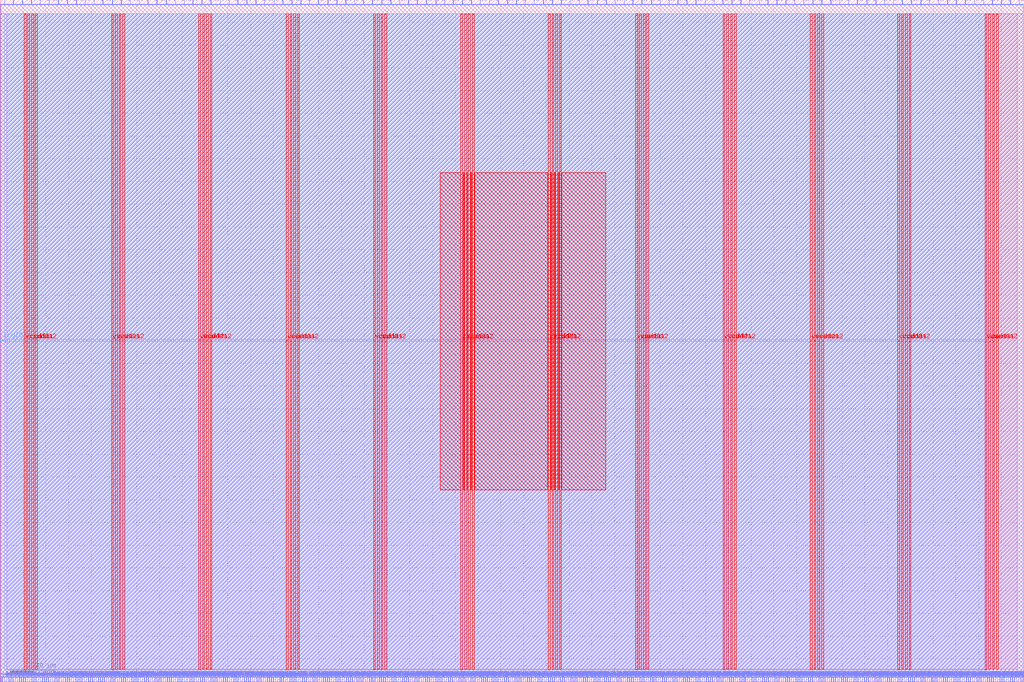
<source format=lef>
VERSION 5.7 ;
  NOWIREEXTENSIONATPIN ON ;
  DIVIDERCHAR "/" ;
  BUSBITCHARS "[]" ;
MACRO user_proj
  CLASS BLOCK ;
  FOREIGN user_proj ;
  ORIGIN 0.000 0.000 ;
  SIZE 900.000 BY 600.000 ;
  PIN io_in[0]
    DIRECTION INPUT ;
    USE SIGNAL ;
    PORT
      LAYER met2 ;
        RECT 3.770 596.000 4.050 600.000 ;
    END
  END io_in[0]
  PIN io_in[10]
    DIRECTION INPUT ;
    USE SIGNAL ;
    PORT
      LAYER met2 ;
        RECT 240.670 596.000 240.950 600.000 ;
    END
  END io_in[10]
  PIN io_in[11]
    DIRECTION INPUT ;
    USE SIGNAL ;
    PORT
      LAYER met2 ;
        RECT 264.130 596.000 264.410 600.000 ;
    END
  END io_in[11]
  PIN io_in[12]
    DIRECTION INPUT ;
    USE SIGNAL ;
    PORT
      LAYER met2 ;
        RECT 288.050 596.000 288.330 600.000 ;
    END
  END io_in[12]
  PIN io_in[13]
    DIRECTION INPUT ;
    USE SIGNAL ;
    PORT
      LAYER met2 ;
        RECT 311.510 596.000 311.790 600.000 ;
    END
  END io_in[13]
  PIN io_in[14]
    DIRECTION INPUT ;
    USE SIGNAL ;
    PORT
      LAYER met2 ;
        RECT 335.430 596.000 335.710 600.000 ;
    END
  END io_in[14]
  PIN io_in[15]
    DIRECTION INPUT ;
    USE SIGNAL ;
    PORT
      LAYER met2 ;
        RECT 358.890 596.000 359.170 600.000 ;
    END
  END io_in[15]
  PIN io_in[16]
    DIRECTION INPUT ;
    USE SIGNAL ;
    PORT
      LAYER met2 ;
        RECT 382.810 596.000 383.090 600.000 ;
    END
  END io_in[16]
  PIN io_in[17]
    DIRECTION INPUT ;
    USE SIGNAL ;
    PORT
      LAYER met2 ;
        RECT 406.270 596.000 406.550 600.000 ;
    END
  END io_in[17]
  PIN io_in[18]
    DIRECTION INPUT ;
    USE SIGNAL ;
    PORT
      LAYER met2 ;
        RECT 430.190 596.000 430.470 600.000 ;
    END
  END io_in[18]
  PIN io_in[19]
    DIRECTION INPUT ;
    USE SIGNAL ;
    PORT
      LAYER met2 ;
        RECT 453.650 596.000 453.930 600.000 ;
    END
  END io_in[19]
  PIN io_in[1]
    DIRECTION INPUT ;
    USE SIGNAL ;
    PORT
      LAYER met2 ;
        RECT 27.230 596.000 27.510 600.000 ;
    END
  END io_in[1]
  PIN io_in[20]
    DIRECTION INPUT ;
    USE SIGNAL ;
    PORT
      LAYER met2 ;
        RECT 477.570 596.000 477.850 600.000 ;
    END
  END io_in[20]
  PIN io_in[21]
    DIRECTION INPUT ;
    USE SIGNAL ;
    PORT
      LAYER met2 ;
        RECT 501.030 596.000 501.310 600.000 ;
    END
  END io_in[21]
  PIN io_in[22]
    DIRECTION INPUT ;
    USE SIGNAL ;
    PORT
      LAYER met2 ;
        RECT 524.950 596.000 525.230 600.000 ;
    END
  END io_in[22]
  PIN io_in[23]
    DIRECTION INPUT ;
    USE SIGNAL ;
    PORT
      LAYER met2 ;
        RECT 548.410 596.000 548.690 600.000 ;
    END
  END io_in[23]
  PIN io_in[24]
    DIRECTION INPUT ;
    USE SIGNAL ;
    PORT
      LAYER met2 ;
        RECT 572.330 596.000 572.610 600.000 ;
    END
  END io_in[24]
  PIN io_in[25]
    DIRECTION INPUT ;
    USE SIGNAL ;
    PORT
      LAYER met2 ;
        RECT 595.790 596.000 596.070 600.000 ;
    END
  END io_in[25]
  PIN io_in[26]
    DIRECTION INPUT ;
    USE SIGNAL ;
    PORT
      LAYER met2 ;
        RECT 619.710 596.000 619.990 600.000 ;
    END
  END io_in[26]
  PIN io_in[27]
    DIRECTION INPUT ;
    USE SIGNAL ;
    PORT
      LAYER met2 ;
        RECT 643.170 596.000 643.450 600.000 ;
    END
  END io_in[27]
  PIN io_in[28]
    DIRECTION INPUT ;
    USE SIGNAL ;
    PORT
      LAYER met2 ;
        RECT 667.090 596.000 667.370 600.000 ;
    END
  END io_in[28]
  PIN io_in[29]
    DIRECTION INPUT ;
    USE SIGNAL ;
    PORT
      LAYER met2 ;
        RECT 690.550 596.000 690.830 600.000 ;
    END
  END io_in[29]
  PIN io_in[2]
    DIRECTION INPUT ;
    USE SIGNAL ;
    PORT
      LAYER met2 ;
        RECT 51.150 596.000 51.430 600.000 ;
    END
  END io_in[2]
  PIN io_in[30]
    DIRECTION INPUT ;
    USE SIGNAL ;
    PORT
      LAYER met2 ;
        RECT 714.470 596.000 714.750 600.000 ;
    END
  END io_in[30]
  PIN io_in[31]
    DIRECTION INPUT ;
    USE SIGNAL ;
    PORT
      LAYER met2 ;
        RECT 737.930 596.000 738.210 600.000 ;
    END
  END io_in[31]
  PIN io_in[32]
    DIRECTION INPUT ;
    USE SIGNAL ;
    PORT
      LAYER met2 ;
        RECT 761.850 596.000 762.130 600.000 ;
    END
  END io_in[32]
  PIN io_in[33]
    DIRECTION INPUT ;
    USE SIGNAL ;
    PORT
      LAYER met2 ;
        RECT 785.310 596.000 785.590 600.000 ;
    END
  END io_in[33]
  PIN io_in[34]
    DIRECTION INPUT ;
    USE SIGNAL ;
    PORT
      LAYER met2 ;
        RECT 809.230 596.000 809.510 600.000 ;
    END
  END io_in[34]
  PIN io_in[35]
    DIRECTION INPUT ;
    USE SIGNAL ;
    PORT
      LAYER met2 ;
        RECT 832.690 596.000 832.970 600.000 ;
    END
  END io_in[35]
  PIN io_in[36]
    DIRECTION INPUT ;
    USE SIGNAL ;
    PORT
      LAYER met2 ;
        RECT 856.610 596.000 856.890 600.000 ;
    END
  END io_in[36]
  PIN io_in[37]
    DIRECTION INPUT ;
    USE SIGNAL ;
    PORT
      LAYER met2 ;
        RECT 880.070 596.000 880.350 600.000 ;
    END
  END io_in[37]
  PIN io_in[3]
    DIRECTION INPUT ;
    USE SIGNAL ;
    PORT
      LAYER met2 ;
        RECT 74.610 596.000 74.890 600.000 ;
    END
  END io_in[3]
  PIN io_in[4]
    DIRECTION INPUT ;
    USE SIGNAL ;
    PORT
      LAYER met2 ;
        RECT 98.530 596.000 98.810 600.000 ;
    END
  END io_in[4]
  PIN io_in[5]
    DIRECTION INPUT ;
    USE SIGNAL ;
    PORT
      LAYER met2 ;
        RECT 121.990 596.000 122.270 600.000 ;
    END
  END io_in[5]
  PIN io_in[6]
    DIRECTION INPUT ;
    USE SIGNAL ;
    PORT
      LAYER met2 ;
        RECT 145.910 596.000 146.190 600.000 ;
    END
  END io_in[6]
  PIN io_in[7]
    DIRECTION INPUT ;
    USE SIGNAL ;
    PORT
      LAYER met2 ;
        RECT 169.370 596.000 169.650 600.000 ;
    END
  END io_in[7]
  PIN io_in[8]
    DIRECTION INPUT ;
    USE SIGNAL ;
    PORT
      LAYER met2 ;
        RECT 193.290 596.000 193.570 600.000 ;
    END
  END io_in[8]
  PIN io_in[9]
    DIRECTION INPUT ;
    USE SIGNAL ;
    PORT
      LAYER met2 ;
        RECT 216.750 596.000 217.030 600.000 ;
    END
  END io_in[9]
  PIN io_oeb[0]
    DIRECTION OUTPUT TRISTATE ;
    USE SIGNAL ;
    PORT
      LAYER met2 ;
        RECT 11.590 596.000 11.870 600.000 ;
    END
  END io_oeb[0]
  PIN io_oeb[10]
    DIRECTION OUTPUT TRISTATE ;
    USE SIGNAL ;
    PORT
      LAYER met2 ;
        RECT 248.490 596.000 248.770 600.000 ;
    END
  END io_oeb[10]
  PIN io_oeb[11]
    DIRECTION OUTPUT TRISTATE ;
    USE SIGNAL ;
    PORT
      LAYER met2 ;
        RECT 271.950 596.000 272.230 600.000 ;
    END
  END io_oeb[11]
  PIN io_oeb[12]
    DIRECTION OUTPUT TRISTATE ;
    USE SIGNAL ;
    PORT
      LAYER met2 ;
        RECT 295.870 596.000 296.150 600.000 ;
    END
  END io_oeb[12]
  PIN io_oeb[13]
    DIRECTION OUTPUT TRISTATE ;
    USE SIGNAL ;
    PORT
      LAYER met2 ;
        RECT 319.330 596.000 319.610 600.000 ;
    END
  END io_oeb[13]
  PIN io_oeb[14]
    DIRECTION OUTPUT TRISTATE ;
    USE SIGNAL ;
    PORT
      LAYER met2 ;
        RECT 343.250 596.000 343.530 600.000 ;
    END
  END io_oeb[14]
  PIN io_oeb[15]
    DIRECTION OUTPUT TRISTATE ;
    USE SIGNAL ;
    PORT
      LAYER met2 ;
        RECT 366.710 596.000 366.990 600.000 ;
    END
  END io_oeb[15]
  PIN io_oeb[16]
    DIRECTION OUTPUT TRISTATE ;
    USE SIGNAL ;
    PORT
      LAYER met2 ;
        RECT 390.630 596.000 390.910 600.000 ;
    END
  END io_oeb[16]
  PIN io_oeb[17]
    DIRECTION OUTPUT TRISTATE ;
    USE SIGNAL ;
    PORT
      LAYER met2 ;
        RECT 414.090 596.000 414.370 600.000 ;
    END
  END io_oeb[17]
  PIN io_oeb[18]
    DIRECTION OUTPUT TRISTATE ;
    USE SIGNAL ;
    PORT
      LAYER met2 ;
        RECT 438.010 596.000 438.290 600.000 ;
    END
  END io_oeb[18]
  PIN io_oeb[19]
    DIRECTION OUTPUT TRISTATE ;
    USE SIGNAL ;
    PORT
      LAYER met2 ;
        RECT 461.470 596.000 461.750 600.000 ;
    END
  END io_oeb[19]
  PIN io_oeb[1]
    DIRECTION OUTPUT TRISTATE ;
    USE SIGNAL ;
    PORT
      LAYER met2 ;
        RECT 35.050 596.000 35.330 600.000 ;
    END
  END io_oeb[1]
  PIN io_oeb[20]
    DIRECTION OUTPUT TRISTATE ;
    USE SIGNAL ;
    PORT
      LAYER met2 ;
        RECT 485.390 596.000 485.670 600.000 ;
    END
  END io_oeb[20]
  PIN io_oeb[21]
    DIRECTION OUTPUT TRISTATE ;
    USE SIGNAL ;
    PORT
      LAYER met2 ;
        RECT 508.850 596.000 509.130 600.000 ;
    END
  END io_oeb[21]
  PIN io_oeb[22]
    DIRECTION OUTPUT TRISTATE ;
    USE SIGNAL ;
    PORT
      LAYER met2 ;
        RECT 532.770 596.000 533.050 600.000 ;
    END
  END io_oeb[22]
  PIN io_oeb[23]
    DIRECTION OUTPUT TRISTATE ;
    USE SIGNAL ;
    PORT
      LAYER met2 ;
        RECT 556.230 596.000 556.510 600.000 ;
    END
  END io_oeb[23]
  PIN io_oeb[24]
    DIRECTION OUTPUT TRISTATE ;
    USE SIGNAL ;
    PORT
      LAYER met2 ;
        RECT 580.150 596.000 580.430 600.000 ;
    END
  END io_oeb[24]
  PIN io_oeb[25]
    DIRECTION OUTPUT TRISTATE ;
    USE SIGNAL ;
    PORT
      LAYER met2 ;
        RECT 603.610 596.000 603.890 600.000 ;
    END
  END io_oeb[25]
  PIN io_oeb[26]
    DIRECTION OUTPUT TRISTATE ;
    USE SIGNAL ;
    PORT
      LAYER met2 ;
        RECT 627.530 596.000 627.810 600.000 ;
    END
  END io_oeb[26]
  PIN io_oeb[27]
    DIRECTION OUTPUT TRISTATE ;
    USE SIGNAL ;
    PORT
      LAYER met2 ;
        RECT 650.990 596.000 651.270 600.000 ;
    END
  END io_oeb[27]
  PIN io_oeb[28]
    DIRECTION OUTPUT TRISTATE ;
    USE SIGNAL ;
    PORT
      LAYER met2 ;
        RECT 674.910 596.000 675.190 600.000 ;
    END
  END io_oeb[28]
  PIN io_oeb[29]
    DIRECTION OUTPUT TRISTATE ;
    USE SIGNAL ;
    PORT
      LAYER met2 ;
        RECT 698.370 596.000 698.650 600.000 ;
    END
  END io_oeb[29]
  PIN io_oeb[2]
    DIRECTION OUTPUT TRISTATE ;
    USE SIGNAL ;
    PORT
      LAYER met2 ;
        RECT 58.970 596.000 59.250 600.000 ;
    END
  END io_oeb[2]
  PIN io_oeb[30]
    DIRECTION OUTPUT TRISTATE ;
    USE SIGNAL ;
    PORT
      LAYER met2 ;
        RECT 722.290 596.000 722.570 600.000 ;
    END
  END io_oeb[30]
  PIN io_oeb[31]
    DIRECTION OUTPUT TRISTATE ;
    USE SIGNAL ;
    PORT
      LAYER met2 ;
        RECT 745.750 596.000 746.030 600.000 ;
    END
  END io_oeb[31]
  PIN io_oeb[32]
    DIRECTION OUTPUT TRISTATE ;
    USE SIGNAL ;
    PORT
      LAYER met2 ;
        RECT 769.670 596.000 769.950 600.000 ;
    END
  END io_oeb[32]
  PIN io_oeb[33]
    DIRECTION OUTPUT TRISTATE ;
    USE SIGNAL ;
    PORT
      LAYER met2 ;
        RECT 793.130 596.000 793.410 600.000 ;
    END
  END io_oeb[33]
  PIN io_oeb[34]
    DIRECTION OUTPUT TRISTATE ;
    USE SIGNAL ;
    PORT
      LAYER met2 ;
        RECT 817.050 596.000 817.330 600.000 ;
    END
  END io_oeb[34]
  PIN io_oeb[35]
    DIRECTION OUTPUT TRISTATE ;
    USE SIGNAL ;
    PORT
      LAYER met2 ;
        RECT 840.510 596.000 840.790 600.000 ;
    END
  END io_oeb[35]
  PIN io_oeb[36]
    DIRECTION OUTPUT TRISTATE ;
    USE SIGNAL ;
    PORT
      LAYER met2 ;
        RECT 864.430 596.000 864.710 600.000 ;
    END
  END io_oeb[36]
  PIN io_oeb[37]
    DIRECTION OUTPUT TRISTATE ;
    USE SIGNAL ;
    PORT
      LAYER met2 ;
        RECT 887.890 596.000 888.170 600.000 ;
    END
  END io_oeb[37]
  PIN io_oeb[3]
    DIRECTION OUTPUT TRISTATE ;
    USE SIGNAL ;
    PORT
      LAYER met2 ;
        RECT 82.430 596.000 82.710 600.000 ;
    END
  END io_oeb[3]
  PIN io_oeb[4]
    DIRECTION OUTPUT TRISTATE ;
    USE SIGNAL ;
    PORT
      LAYER met2 ;
        RECT 106.350 596.000 106.630 600.000 ;
    END
  END io_oeb[4]
  PIN io_oeb[5]
    DIRECTION OUTPUT TRISTATE ;
    USE SIGNAL ;
    PORT
      LAYER met2 ;
        RECT 129.810 596.000 130.090 600.000 ;
    END
  END io_oeb[5]
  PIN io_oeb[6]
    DIRECTION OUTPUT TRISTATE ;
    USE SIGNAL ;
    PORT
      LAYER met2 ;
        RECT 153.730 596.000 154.010 600.000 ;
    END
  END io_oeb[6]
  PIN io_oeb[7]
    DIRECTION OUTPUT TRISTATE ;
    USE SIGNAL ;
    PORT
      LAYER met2 ;
        RECT 177.190 596.000 177.470 600.000 ;
    END
  END io_oeb[7]
  PIN io_oeb[8]
    DIRECTION OUTPUT TRISTATE ;
    USE SIGNAL ;
    PORT
      LAYER met2 ;
        RECT 201.110 596.000 201.390 600.000 ;
    END
  END io_oeb[8]
  PIN io_oeb[9]
    DIRECTION OUTPUT TRISTATE ;
    USE SIGNAL ;
    PORT
      LAYER met2 ;
        RECT 224.570 596.000 224.850 600.000 ;
    END
  END io_oeb[9]
  PIN io_out[0]
    DIRECTION OUTPUT TRISTATE ;
    USE SIGNAL ;
    PORT
      LAYER met2 ;
        RECT 19.410 596.000 19.690 600.000 ;
    END
  END io_out[0]
  PIN io_out[10]
    DIRECTION OUTPUT TRISTATE ;
    USE SIGNAL ;
    PORT
      LAYER met2 ;
        RECT 256.310 596.000 256.590 600.000 ;
    END
  END io_out[10]
  PIN io_out[11]
    DIRECTION OUTPUT TRISTATE ;
    USE SIGNAL ;
    PORT
      LAYER met2 ;
        RECT 279.770 596.000 280.050 600.000 ;
    END
  END io_out[11]
  PIN io_out[12]
    DIRECTION OUTPUT TRISTATE ;
    USE SIGNAL ;
    PORT
      LAYER met2 ;
        RECT 303.690 596.000 303.970 600.000 ;
    END
  END io_out[12]
  PIN io_out[13]
    DIRECTION OUTPUT TRISTATE ;
    USE SIGNAL ;
    PORT
      LAYER met2 ;
        RECT 327.150 596.000 327.430 600.000 ;
    END
  END io_out[13]
  PIN io_out[14]
    DIRECTION OUTPUT TRISTATE ;
    USE SIGNAL ;
    PORT
      LAYER met2 ;
        RECT 351.070 596.000 351.350 600.000 ;
    END
  END io_out[14]
  PIN io_out[15]
    DIRECTION OUTPUT TRISTATE ;
    USE SIGNAL ;
    PORT
      LAYER met2 ;
        RECT 374.530 596.000 374.810 600.000 ;
    END
  END io_out[15]
  PIN io_out[16]
    DIRECTION OUTPUT TRISTATE ;
    USE SIGNAL ;
    PORT
      LAYER met2 ;
        RECT 398.450 596.000 398.730 600.000 ;
    END
  END io_out[16]
  PIN io_out[17]
    DIRECTION OUTPUT TRISTATE ;
    USE SIGNAL ;
    PORT
      LAYER met2 ;
        RECT 421.910 596.000 422.190 600.000 ;
    END
  END io_out[17]
  PIN io_out[18]
    DIRECTION OUTPUT TRISTATE ;
    USE SIGNAL ;
    PORT
      LAYER met2 ;
        RECT 445.830 596.000 446.110 600.000 ;
    END
  END io_out[18]
  PIN io_out[19]
    DIRECTION OUTPUT TRISTATE ;
    USE SIGNAL ;
    PORT
      LAYER met2 ;
        RECT 469.290 596.000 469.570 600.000 ;
    END
  END io_out[19]
  PIN io_out[1]
    DIRECTION OUTPUT TRISTATE ;
    USE SIGNAL ;
    PORT
      LAYER met2 ;
        RECT 42.870 596.000 43.150 600.000 ;
    END
  END io_out[1]
  PIN io_out[20]
    DIRECTION OUTPUT TRISTATE ;
    USE SIGNAL ;
    PORT
      LAYER met2 ;
        RECT 493.210 596.000 493.490 600.000 ;
    END
  END io_out[20]
  PIN io_out[21]
    DIRECTION OUTPUT TRISTATE ;
    USE SIGNAL ;
    PORT
      LAYER met2 ;
        RECT 516.670 596.000 516.950 600.000 ;
    END
  END io_out[21]
  PIN io_out[22]
    DIRECTION OUTPUT TRISTATE ;
    USE SIGNAL ;
    PORT
      LAYER met2 ;
        RECT 540.590 596.000 540.870 600.000 ;
    END
  END io_out[22]
  PIN io_out[23]
    DIRECTION OUTPUT TRISTATE ;
    USE SIGNAL ;
    PORT
      LAYER met2 ;
        RECT 564.050 596.000 564.330 600.000 ;
    END
  END io_out[23]
  PIN io_out[24]
    DIRECTION OUTPUT TRISTATE ;
    USE SIGNAL ;
    PORT
      LAYER met2 ;
        RECT 587.970 596.000 588.250 600.000 ;
    END
  END io_out[24]
  PIN io_out[25]
    DIRECTION OUTPUT TRISTATE ;
    USE SIGNAL ;
    PORT
      LAYER met2 ;
        RECT 611.430 596.000 611.710 600.000 ;
    END
  END io_out[25]
  PIN io_out[26]
    DIRECTION OUTPUT TRISTATE ;
    USE SIGNAL ;
    PORT
      LAYER met2 ;
        RECT 635.350 596.000 635.630 600.000 ;
    END
  END io_out[26]
  PIN io_out[27]
    DIRECTION OUTPUT TRISTATE ;
    USE SIGNAL ;
    PORT
      LAYER met2 ;
        RECT 658.810 596.000 659.090 600.000 ;
    END
  END io_out[27]
  PIN io_out[28]
    DIRECTION OUTPUT TRISTATE ;
    USE SIGNAL ;
    PORT
      LAYER met2 ;
        RECT 682.730 596.000 683.010 600.000 ;
    END
  END io_out[28]
  PIN io_out[29]
    DIRECTION OUTPUT TRISTATE ;
    USE SIGNAL ;
    PORT
      LAYER met2 ;
        RECT 706.190 596.000 706.470 600.000 ;
    END
  END io_out[29]
  PIN io_out[2]
    DIRECTION OUTPUT TRISTATE ;
    USE SIGNAL ;
    PORT
      LAYER met2 ;
        RECT 66.790 596.000 67.070 600.000 ;
    END
  END io_out[2]
  PIN io_out[30]
    DIRECTION OUTPUT TRISTATE ;
    USE SIGNAL ;
    PORT
      LAYER met2 ;
        RECT 730.110 596.000 730.390 600.000 ;
    END
  END io_out[30]
  PIN io_out[31]
    DIRECTION OUTPUT TRISTATE ;
    USE SIGNAL ;
    PORT
      LAYER met2 ;
        RECT 753.570 596.000 753.850 600.000 ;
    END
  END io_out[31]
  PIN io_out[32]
    DIRECTION OUTPUT TRISTATE ;
    USE SIGNAL ;
    PORT
      LAYER met2 ;
        RECT 777.490 596.000 777.770 600.000 ;
    END
  END io_out[32]
  PIN io_out[33]
    DIRECTION OUTPUT TRISTATE ;
    USE SIGNAL ;
    PORT
      LAYER met2 ;
        RECT 800.950 596.000 801.230 600.000 ;
    END
  END io_out[33]
  PIN io_out[34]
    DIRECTION OUTPUT TRISTATE ;
    USE SIGNAL ;
    PORT
      LAYER met2 ;
        RECT 824.870 596.000 825.150 600.000 ;
    END
  END io_out[34]
  PIN io_out[35]
    DIRECTION OUTPUT TRISTATE ;
    USE SIGNAL ;
    PORT
      LAYER met2 ;
        RECT 848.330 596.000 848.610 600.000 ;
    END
  END io_out[35]
  PIN io_out[36]
    DIRECTION OUTPUT TRISTATE ;
    USE SIGNAL ;
    PORT
      LAYER met2 ;
        RECT 872.250 596.000 872.530 600.000 ;
    END
  END io_out[36]
  PIN io_out[37]
    DIRECTION OUTPUT TRISTATE ;
    USE SIGNAL ;
    PORT
      LAYER met2 ;
        RECT 895.710 596.000 895.990 600.000 ;
    END
  END io_out[37]
  PIN io_out[3]
    DIRECTION OUTPUT TRISTATE ;
    USE SIGNAL ;
    PORT
      LAYER met2 ;
        RECT 90.250 596.000 90.530 600.000 ;
    END
  END io_out[3]
  PIN io_out[4]
    DIRECTION OUTPUT TRISTATE ;
    USE SIGNAL ;
    PORT
      LAYER met2 ;
        RECT 114.170 596.000 114.450 600.000 ;
    END
  END io_out[4]
  PIN io_out[5]
    DIRECTION OUTPUT TRISTATE ;
    USE SIGNAL ;
    PORT
      LAYER met2 ;
        RECT 137.630 596.000 137.910 600.000 ;
    END
  END io_out[5]
  PIN io_out[6]
    DIRECTION OUTPUT TRISTATE ;
    USE SIGNAL ;
    PORT
      LAYER met2 ;
        RECT 161.550 596.000 161.830 600.000 ;
    END
  END io_out[6]
  PIN io_out[7]
    DIRECTION OUTPUT TRISTATE ;
    USE SIGNAL ;
    PORT
      LAYER met2 ;
        RECT 185.010 596.000 185.290 600.000 ;
    END
  END io_out[7]
  PIN io_out[8]
    DIRECTION OUTPUT TRISTATE ;
    USE SIGNAL ;
    PORT
      LAYER met2 ;
        RECT 208.930 596.000 209.210 600.000 ;
    END
  END io_out[8]
  PIN io_out[9]
    DIRECTION OUTPUT TRISTATE ;
    USE SIGNAL ;
    PORT
      LAYER met2 ;
        RECT 232.390 596.000 232.670 600.000 ;
    END
  END io_out[9]
  PIN irq[0]
    DIRECTION OUTPUT TRISTATE ;
    USE SIGNAL ;
    PORT
      LAYER met3 ;
        RECT 0.000 299.920 4.000 300.520 ;
    END
  END irq[0]
  PIN irq[1]
    DIRECTION OUTPUT TRISTATE ;
    USE SIGNAL ;
    PORT
      LAYER met2 ;
        RECT 897.090 0.000 897.370 4.000 ;
    END
  END irq[1]
  PIN irq[2]
    DIRECTION OUTPUT TRISTATE ;
    USE SIGNAL ;
    PORT
      LAYER met2 ;
        RECT 898.930 0.000 899.210 4.000 ;
    END
  END irq[2]
  PIN la_data_in[0]
    DIRECTION INPUT ;
    USE SIGNAL ;
    PORT
      LAYER met2 ;
        RECT 194.210 0.000 194.490 4.000 ;
    END
  END la_data_in[0]
  PIN la_data_in[100]
    DIRECTION INPUT ;
    USE SIGNAL ;
    PORT
      LAYER met2 ;
        RECT 742.990 0.000 743.270 4.000 ;
    END
  END la_data_in[100]
  PIN la_data_in[101]
    DIRECTION INPUT ;
    USE SIGNAL ;
    PORT
      LAYER met2 ;
        RECT 748.510 0.000 748.790 4.000 ;
    END
  END la_data_in[101]
  PIN la_data_in[102]
    DIRECTION INPUT ;
    USE SIGNAL ;
    PORT
      LAYER met2 ;
        RECT 754.030 0.000 754.310 4.000 ;
    END
  END la_data_in[102]
  PIN la_data_in[103]
    DIRECTION INPUT ;
    USE SIGNAL ;
    PORT
      LAYER met2 ;
        RECT 759.550 0.000 759.830 4.000 ;
    END
  END la_data_in[103]
  PIN la_data_in[104]
    DIRECTION INPUT ;
    USE SIGNAL ;
    PORT
      LAYER met2 ;
        RECT 765.070 0.000 765.350 4.000 ;
    END
  END la_data_in[104]
  PIN la_data_in[105]
    DIRECTION INPUT ;
    USE SIGNAL ;
    PORT
      LAYER met2 ;
        RECT 770.590 0.000 770.870 4.000 ;
    END
  END la_data_in[105]
  PIN la_data_in[106]
    DIRECTION INPUT ;
    USE SIGNAL ;
    PORT
      LAYER met2 ;
        RECT 776.110 0.000 776.390 4.000 ;
    END
  END la_data_in[106]
  PIN la_data_in[107]
    DIRECTION INPUT ;
    USE SIGNAL ;
    PORT
      LAYER met2 ;
        RECT 781.630 0.000 781.910 4.000 ;
    END
  END la_data_in[107]
  PIN la_data_in[108]
    DIRECTION INPUT ;
    USE SIGNAL ;
    PORT
      LAYER met2 ;
        RECT 787.150 0.000 787.430 4.000 ;
    END
  END la_data_in[108]
  PIN la_data_in[109]
    DIRECTION INPUT ;
    USE SIGNAL ;
    PORT
      LAYER met2 ;
        RECT 792.670 0.000 792.950 4.000 ;
    END
  END la_data_in[109]
  PIN la_data_in[10]
    DIRECTION INPUT ;
    USE SIGNAL ;
    PORT
      LAYER met2 ;
        RECT 248.950 0.000 249.230 4.000 ;
    END
  END la_data_in[10]
  PIN la_data_in[110]
    DIRECTION INPUT ;
    USE SIGNAL ;
    PORT
      LAYER met2 ;
        RECT 798.190 0.000 798.470 4.000 ;
    END
  END la_data_in[110]
  PIN la_data_in[111]
    DIRECTION INPUT ;
    USE SIGNAL ;
    PORT
      LAYER met2 ;
        RECT 803.710 0.000 803.990 4.000 ;
    END
  END la_data_in[111]
  PIN la_data_in[112]
    DIRECTION INPUT ;
    USE SIGNAL ;
    PORT
      LAYER met2 ;
        RECT 809.230 0.000 809.510 4.000 ;
    END
  END la_data_in[112]
  PIN la_data_in[113]
    DIRECTION INPUT ;
    USE SIGNAL ;
    PORT
      LAYER met2 ;
        RECT 814.750 0.000 815.030 4.000 ;
    END
  END la_data_in[113]
  PIN la_data_in[114]
    DIRECTION INPUT ;
    USE SIGNAL ;
    PORT
      LAYER met2 ;
        RECT 819.810 0.000 820.090 4.000 ;
    END
  END la_data_in[114]
  PIN la_data_in[115]
    DIRECTION INPUT ;
    USE SIGNAL ;
    PORT
      LAYER met2 ;
        RECT 825.330 0.000 825.610 4.000 ;
    END
  END la_data_in[115]
  PIN la_data_in[116]
    DIRECTION INPUT ;
    USE SIGNAL ;
    PORT
      LAYER met2 ;
        RECT 830.850 0.000 831.130 4.000 ;
    END
  END la_data_in[116]
  PIN la_data_in[117]
    DIRECTION INPUT ;
    USE SIGNAL ;
    PORT
      LAYER met2 ;
        RECT 836.370 0.000 836.650 4.000 ;
    END
  END la_data_in[117]
  PIN la_data_in[118]
    DIRECTION INPUT ;
    USE SIGNAL ;
    PORT
      LAYER met2 ;
        RECT 841.890 0.000 842.170 4.000 ;
    END
  END la_data_in[118]
  PIN la_data_in[119]
    DIRECTION INPUT ;
    USE SIGNAL ;
    PORT
      LAYER met2 ;
        RECT 847.410 0.000 847.690 4.000 ;
    END
  END la_data_in[119]
  PIN la_data_in[11]
    DIRECTION INPUT ;
    USE SIGNAL ;
    PORT
      LAYER met2 ;
        RECT 254.470 0.000 254.750 4.000 ;
    END
  END la_data_in[11]
  PIN la_data_in[120]
    DIRECTION INPUT ;
    USE SIGNAL ;
    PORT
      LAYER met2 ;
        RECT 852.930 0.000 853.210 4.000 ;
    END
  END la_data_in[120]
  PIN la_data_in[121]
    DIRECTION INPUT ;
    USE SIGNAL ;
    PORT
      LAYER met2 ;
        RECT 858.450 0.000 858.730 4.000 ;
    END
  END la_data_in[121]
  PIN la_data_in[122]
    DIRECTION INPUT ;
    USE SIGNAL ;
    PORT
      LAYER met2 ;
        RECT 863.970 0.000 864.250 4.000 ;
    END
  END la_data_in[122]
  PIN la_data_in[123]
    DIRECTION INPUT ;
    USE SIGNAL ;
    PORT
      LAYER met2 ;
        RECT 869.490 0.000 869.770 4.000 ;
    END
  END la_data_in[123]
  PIN la_data_in[124]
    DIRECTION INPUT ;
    USE SIGNAL ;
    PORT
      LAYER met2 ;
        RECT 875.010 0.000 875.290 4.000 ;
    END
  END la_data_in[124]
  PIN la_data_in[125]
    DIRECTION INPUT ;
    USE SIGNAL ;
    PORT
      LAYER met2 ;
        RECT 880.530 0.000 880.810 4.000 ;
    END
  END la_data_in[125]
  PIN la_data_in[126]
    DIRECTION INPUT ;
    USE SIGNAL ;
    PORT
      LAYER met2 ;
        RECT 886.050 0.000 886.330 4.000 ;
    END
  END la_data_in[126]
  PIN la_data_in[127]
    DIRECTION INPUT ;
    USE SIGNAL ;
    PORT
      LAYER met2 ;
        RECT 891.570 0.000 891.850 4.000 ;
    END
  END la_data_in[127]
  PIN la_data_in[12]
    DIRECTION INPUT ;
    USE SIGNAL ;
    PORT
      LAYER met2 ;
        RECT 259.990 0.000 260.270 4.000 ;
    END
  END la_data_in[12]
  PIN la_data_in[13]
    DIRECTION INPUT ;
    USE SIGNAL ;
    PORT
      LAYER met2 ;
        RECT 265.510 0.000 265.790 4.000 ;
    END
  END la_data_in[13]
  PIN la_data_in[14]
    DIRECTION INPUT ;
    USE SIGNAL ;
    PORT
      LAYER met2 ;
        RECT 271.030 0.000 271.310 4.000 ;
    END
  END la_data_in[14]
  PIN la_data_in[15]
    DIRECTION INPUT ;
    USE SIGNAL ;
    PORT
      LAYER met2 ;
        RECT 276.550 0.000 276.830 4.000 ;
    END
  END la_data_in[15]
  PIN la_data_in[16]
    DIRECTION INPUT ;
    USE SIGNAL ;
    PORT
      LAYER met2 ;
        RECT 282.070 0.000 282.350 4.000 ;
    END
  END la_data_in[16]
  PIN la_data_in[17]
    DIRECTION INPUT ;
    USE SIGNAL ;
    PORT
      LAYER met2 ;
        RECT 287.590 0.000 287.870 4.000 ;
    END
  END la_data_in[17]
  PIN la_data_in[18]
    DIRECTION INPUT ;
    USE SIGNAL ;
    PORT
      LAYER met2 ;
        RECT 293.110 0.000 293.390 4.000 ;
    END
  END la_data_in[18]
  PIN la_data_in[19]
    DIRECTION INPUT ;
    USE SIGNAL ;
    PORT
      LAYER met2 ;
        RECT 298.630 0.000 298.910 4.000 ;
    END
  END la_data_in[19]
  PIN la_data_in[1]
    DIRECTION INPUT ;
    USE SIGNAL ;
    PORT
      LAYER met2 ;
        RECT 199.730 0.000 200.010 4.000 ;
    END
  END la_data_in[1]
  PIN la_data_in[20]
    DIRECTION INPUT ;
    USE SIGNAL ;
    PORT
      LAYER met2 ;
        RECT 304.150 0.000 304.430 4.000 ;
    END
  END la_data_in[20]
  PIN la_data_in[21]
    DIRECTION INPUT ;
    USE SIGNAL ;
    PORT
      LAYER met2 ;
        RECT 309.670 0.000 309.950 4.000 ;
    END
  END la_data_in[21]
  PIN la_data_in[22]
    DIRECTION INPUT ;
    USE SIGNAL ;
    PORT
      LAYER met2 ;
        RECT 315.190 0.000 315.470 4.000 ;
    END
  END la_data_in[22]
  PIN la_data_in[23]
    DIRECTION INPUT ;
    USE SIGNAL ;
    PORT
      LAYER met2 ;
        RECT 320.710 0.000 320.990 4.000 ;
    END
  END la_data_in[23]
  PIN la_data_in[24]
    DIRECTION INPUT ;
    USE SIGNAL ;
    PORT
      LAYER met2 ;
        RECT 326.230 0.000 326.510 4.000 ;
    END
  END la_data_in[24]
  PIN la_data_in[25]
    DIRECTION INPUT ;
    USE SIGNAL ;
    PORT
      LAYER met2 ;
        RECT 331.290 0.000 331.570 4.000 ;
    END
  END la_data_in[25]
  PIN la_data_in[26]
    DIRECTION INPUT ;
    USE SIGNAL ;
    PORT
      LAYER met2 ;
        RECT 336.810 0.000 337.090 4.000 ;
    END
  END la_data_in[26]
  PIN la_data_in[27]
    DIRECTION INPUT ;
    USE SIGNAL ;
    PORT
      LAYER met2 ;
        RECT 342.330 0.000 342.610 4.000 ;
    END
  END la_data_in[27]
  PIN la_data_in[28]
    DIRECTION INPUT ;
    USE SIGNAL ;
    PORT
      LAYER met2 ;
        RECT 347.850 0.000 348.130 4.000 ;
    END
  END la_data_in[28]
  PIN la_data_in[29]
    DIRECTION INPUT ;
    USE SIGNAL ;
    PORT
      LAYER met2 ;
        RECT 353.370 0.000 353.650 4.000 ;
    END
  END la_data_in[29]
  PIN la_data_in[2]
    DIRECTION INPUT ;
    USE SIGNAL ;
    PORT
      LAYER met2 ;
        RECT 205.250 0.000 205.530 4.000 ;
    END
  END la_data_in[2]
  PIN la_data_in[30]
    DIRECTION INPUT ;
    USE SIGNAL ;
    PORT
      LAYER met2 ;
        RECT 358.890 0.000 359.170 4.000 ;
    END
  END la_data_in[30]
  PIN la_data_in[31]
    DIRECTION INPUT ;
    USE SIGNAL ;
    PORT
      LAYER met2 ;
        RECT 364.410 0.000 364.690 4.000 ;
    END
  END la_data_in[31]
  PIN la_data_in[32]
    DIRECTION INPUT ;
    USE SIGNAL ;
    PORT
      LAYER met2 ;
        RECT 369.930 0.000 370.210 4.000 ;
    END
  END la_data_in[32]
  PIN la_data_in[33]
    DIRECTION INPUT ;
    USE SIGNAL ;
    PORT
      LAYER met2 ;
        RECT 375.450 0.000 375.730 4.000 ;
    END
  END la_data_in[33]
  PIN la_data_in[34]
    DIRECTION INPUT ;
    USE SIGNAL ;
    PORT
      LAYER met2 ;
        RECT 380.970 0.000 381.250 4.000 ;
    END
  END la_data_in[34]
  PIN la_data_in[35]
    DIRECTION INPUT ;
    USE SIGNAL ;
    PORT
      LAYER met2 ;
        RECT 386.490 0.000 386.770 4.000 ;
    END
  END la_data_in[35]
  PIN la_data_in[36]
    DIRECTION INPUT ;
    USE SIGNAL ;
    PORT
      LAYER met2 ;
        RECT 392.010 0.000 392.290 4.000 ;
    END
  END la_data_in[36]
  PIN la_data_in[37]
    DIRECTION INPUT ;
    USE SIGNAL ;
    PORT
      LAYER met2 ;
        RECT 397.530 0.000 397.810 4.000 ;
    END
  END la_data_in[37]
  PIN la_data_in[38]
    DIRECTION INPUT ;
    USE SIGNAL ;
    PORT
      LAYER met2 ;
        RECT 403.050 0.000 403.330 4.000 ;
    END
  END la_data_in[38]
  PIN la_data_in[39]
    DIRECTION INPUT ;
    USE SIGNAL ;
    PORT
      LAYER met2 ;
        RECT 408.570 0.000 408.850 4.000 ;
    END
  END la_data_in[39]
  PIN la_data_in[3]
    DIRECTION INPUT ;
    USE SIGNAL ;
    PORT
      LAYER met2 ;
        RECT 210.770 0.000 211.050 4.000 ;
    END
  END la_data_in[3]
  PIN la_data_in[40]
    DIRECTION INPUT ;
    USE SIGNAL ;
    PORT
      LAYER met2 ;
        RECT 413.630 0.000 413.910 4.000 ;
    END
  END la_data_in[40]
  PIN la_data_in[41]
    DIRECTION INPUT ;
    USE SIGNAL ;
    PORT
      LAYER met2 ;
        RECT 419.150 0.000 419.430 4.000 ;
    END
  END la_data_in[41]
  PIN la_data_in[42]
    DIRECTION INPUT ;
    USE SIGNAL ;
    PORT
      LAYER met2 ;
        RECT 424.670 0.000 424.950 4.000 ;
    END
  END la_data_in[42]
  PIN la_data_in[43]
    DIRECTION INPUT ;
    USE SIGNAL ;
    PORT
      LAYER met2 ;
        RECT 430.190 0.000 430.470 4.000 ;
    END
  END la_data_in[43]
  PIN la_data_in[44]
    DIRECTION INPUT ;
    USE SIGNAL ;
    PORT
      LAYER met2 ;
        RECT 435.710 0.000 435.990 4.000 ;
    END
  END la_data_in[44]
  PIN la_data_in[45]
    DIRECTION INPUT ;
    USE SIGNAL ;
    PORT
      LAYER met2 ;
        RECT 441.230 0.000 441.510 4.000 ;
    END
  END la_data_in[45]
  PIN la_data_in[46]
    DIRECTION INPUT ;
    USE SIGNAL ;
    PORT
      LAYER met2 ;
        RECT 446.750 0.000 447.030 4.000 ;
    END
  END la_data_in[46]
  PIN la_data_in[47]
    DIRECTION INPUT ;
    USE SIGNAL ;
    PORT
      LAYER met2 ;
        RECT 452.270 0.000 452.550 4.000 ;
    END
  END la_data_in[47]
  PIN la_data_in[48]
    DIRECTION INPUT ;
    USE SIGNAL ;
    PORT
      LAYER met2 ;
        RECT 457.790 0.000 458.070 4.000 ;
    END
  END la_data_in[48]
  PIN la_data_in[49]
    DIRECTION INPUT ;
    USE SIGNAL ;
    PORT
      LAYER met2 ;
        RECT 463.310 0.000 463.590 4.000 ;
    END
  END la_data_in[49]
  PIN la_data_in[4]
    DIRECTION INPUT ;
    USE SIGNAL ;
    PORT
      LAYER met2 ;
        RECT 216.290 0.000 216.570 4.000 ;
    END
  END la_data_in[4]
  PIN la_data_in[50]
    DIRECTION INPUT ;
    USE SIGNAL ;
    PORT
      LAYER met2 ;
        RECT 468.830 0.000 469.110 4.000 ;
    END
  END la_data_in[50]
  PIN la_data_in[51]
    DIRECTION INPUT ;
    USE SIGNAL ;
    PORT
      LAYER met2 ;
        RECT 474.350 0.000 474.630 4.000 ;
    END
  END la_data_in[51]
  PIN la_data_in[52]
    DIRECTION INPUT ;
    USE SIGNAL ;
    PORT
      LAYER met2 ;
        RECT 479.870 0.000 480.150 4.000 ;
    END
  END la_data_in[52]
  PIN la_data_in[53]
    DIRECTION INPUT ;
    USE SIGNAL ;
    PORT
      LAYER met2 ;
        RECT 485.390 0.000 485.670 4.000 ;
    END
  END la_data_in[53]
  PIN la_data_in[54]
    DIRECTION INPUT ;
    USE SIGNAL ;
    PORT
      LAYER met2 ;
        RECT 490.910 0.000 491.190 4.000 ;
    END
  END la_data_in[54]
  PIN la_data_in[55]
    DIRECTION INPUT ;
    USE SIGNAL ;
    PORT
      LAYER met2 ;
        RECT 495.970 0.000 496.250 4.000 ;
    END
  END la_data_in[55]
  PIN la_data_in[56]
    DIRECTION INPUT ;
    USE SIGNAL ;
    PORT
      LAYER met2 ;
        RECT 501.490 0.000 501.770 4.000 ;
    END
  END la_data_in[56]
  PIN la_data_in[57]
    DIRECTION INPUT ;
    USE SIGNAL ;
    PORT
      LAYER met2 ;
        RECT 507.010 0.000 507.290 4.000 ;
    END
  END la_data_in[57]
  PIN la_data_in[58]
    DIRECTION INPUT ;
    USE SIGNAL ;
    PORT
      LAYER met2 ;
        RECT 512.530 0.000 512.810 4.000 ;
    END
  END la_data_in[58]
  PIN la_data_in[59]
    DIRECTION INPUT ;
    USE SIGNAL ;
    PORT
      LAYER met2 ;
        RECT 518.050 0.000 518.330 4.000 ;
    END
  END la_data_in[59]
  PIN la_data_in[5]
    DIRECTION INPUT ;
    USE SIGNAL ;
    PORT
      LAYER met2 ;
        RECT 221.810 0.000 222.090 4.000 ;
    END
  END la_data_in[5]
  PIN la_data_in[60]
    DIRECTION INPUT ;
    USE SIGNAL ;
    PORT
      LAYER met2 ;
        RECT 523.570 0.000 523.850 4.000 ;
    END
  END la_data_in[60]
  PIN la_data_in[61]
    DIRECTION INPUT ;
    USE SIGNAL ;
    PORT
      LAYER met2 ;
        RECT 529.090 0.000 529.370 4.000 ;
    END
  END la_data_in[61]
  PIN la_data_in[62]
    DIRECTION INPUT ;
    USE SIGNAL ;
    PORT
      LAYER met2 ;
        RECT 534.610 0.000 534.890 4.000 ;
    END
  END la_data_in[62]
  PIN la_data_in[63]
    DIRECTION INPUT ;
    USE SIGNAL ;
    PORT
      LAYER met2 ;
        RECT 540.130 0.000 540.410 4.000 ;
    END
  END la_data_in[63]
  PIN la_data_in[64]
    DIRECTION INPUT ;
    USE SIGNAL ;
    PORT
      LAYER met2 ;
        RECT 545.650 0.000 545.930 4.000 ;
    END
  END la_data_in[64]
  PIN la_data_in[65]
    DIRECTION INPUT ;
    USE SIGNAL ;
    PORT
      LAYER met2 ;
        RECT 551.170 0.000 551.450 4.000 ;
    END
  END la_data_in[65]
  PIN la_data_in[66]
    DIRECTION INPUT ;
    USE SIGNAL ;
    PORT
      LAYER met2 ;
        RECT 556.690 0.000 556.970 4.000 ;
    END
  END la_data_in[66]
  PIN la_data_in[67]
    DIRECTION INPUT ;
    USE SIGNAL ;
    PORT
      LAYER met2 ;
        RECT 562.210 0.000 562.490 4.000 ;
    END
  END la_data_in[67]
  PIN la_data_in[68]
    DIRECTION INPUT ;
    USE SIGNAL ;
    PORT
      LAYER met2 ;
        RECT 567.730 0.000 568.010 4.000 ;
    END
  END la_data_in[68]
  PIN la_data_in[69]
    DIRECTION INPUT ;
    USE SIGNAL ;
    PORT
      LAYER met2 ;
        RECT 573.250 0.000 573.530 4.000 ;
    END
  END la_data_in[69]
  PIN la_data_in[6]
    DIRECTION INPUT ;
    USE SIGNAL ;
    PORT
      LAYER met2 ;
        RECT 227.330 0.000 227.610 4.000 ;
    END
  END la_data_in[6]
  PIN la_data_in[70]
    DIRECTION INPUT ;
    USE SIGNAL ;
    PORT
      LAYER met2 ;
        RECT 578.310 0.000 578.590 4.000 ;
    END
  END la_data_in[70]
  PIN la_data_in[71]
    DIRECTION INPUT ;
    USE SIGNAL ;
    PORT
      LAYER met2 ;
        RECT 583.830 0.000 584.110 4.000 ;
    END
  END la_data_in[71]
  PIN la_data_in[72]
    DIRECTION INPUT ;
    USE SIGNAL ;
    PORT
      LAYER met2 ;
        RECT 589.350 0.000 589.630 4.000 ;
    END
  END la_data_in[72]
  PIN la_data_in[73]
    DIRECTION INPUT ;
    USE SIGNAL ;
    PORT
      LAYER met2 ;
        RECT 594.870 0.000 595.150 4.000 ;
    END
  END la_data_in[73]
  PIN la_data_in[74]
    DIRECTION INPUT ;
    USE SIGNAL ;
    PORT
      LAYER met2 ;
        RECT 600.390 0.000 600.670 4.000 ;
    END
  END la_data_in[74]
  PIN la_data_in[75]
    DIRECTION INPUT ;
    USE SIGNAL ;
    PORT
      LAYER met2 ;
        RECT 605.910 0.000 606.190 4.000 ;
    END
  END la_data_in[75]
  PIN la_data_in[76]
    DIRECTION INPUT ;
    USE SIGNAL ;
    PORT
      LAYER met2 ;
        RECT 611.430 0.000 611.710 4.000 ;
    END
  END la_data_in[76]
  PIN la_data_in[77]
    DIRECTION INPUT ;
    USE SIGNAL ;
    PORT
      LAYER met2 ;
        RECT 616.950 0.000 617.230 4.000 ;
    END
  END la_data_in[77]
  PIN la_data_in[78]
    DIRECTION INPUT ;
    USE SIGNAL ;
    PORT
      LAYER met2 ;
        RECT 622.470 0.000 622.750 4.000 ;
    END
  END la_data_in[78]
  PIN la_data_in[79]
    DIRECTION INPUT ;
    USE SIGNAL ;
    PORT
      LAYER met2 ;
        RECT 627.990 0.000 628.270 4.000 ;
    END
  END la_data_in[79]
  PIN la_data_in[7]
    DIRECTION INPUT ;
    USE SIGNAL ;
    PORT
      LAYER met2 ;
        RECT 232.850 0.000 233.130 4.000 ;
    END
  END la_data_in[7]
  PIN la_data_in[80]
    DIRECTION INPUT ;
    USE SIGNAL ;
    PORT
      LAYER met2 ;
        RECT 633.510 0.000 633.790 4.000 ;
    END
  END la_data_in[80]
  PIN la_data_in[81]
    DIRECTION INPUT ;
    USE SIGNAL ;
    PORT
      LAYER met2 ;
        RECT 639.030 0.000 639.310 4.000 ;
    END
  END la_data_in[81]
  PIN la_data_in[82]
    DIRECTION INPUT ;
    USE SIGNAL ;
    PORT
      LAYER met2 ;
        RECT 644.550 0.000 644.830 4.000 ;
    END
  END la_data_in[82]
  PIN la_data_in[83]
    DIRECTION INPUT ;
    USE SIGNAL ;
    PORT
      LAYER met2 ;
        RECT 650.070 0.000 650.350 4.000 ;
    END
  END la_data_in[83]
  PIN la_data_in[84]
    DIRECTION INPUT ;
    USE SIGNAL ;
    PORT
      LAYER met2 ;
        RECT 655.130 0.000 655.410 4.000 ;
    END
  END la_data_in[84]
  PIN la_data_in[85]
    DIRECTION INPUT ;
    USE SIGNAL ;
    PORT
      LAYER met2 ;
        RECT 660.650 0.000 660.930 4.000 ;
    END
  END la_data_in[85]
  PIN la_data_in[86]
    DIRECTION INPUT ;
    USE SIGNAL ;
    PORT
      LAYER met2 ;
        RECT 666.170 0.000 666.450 4.000 ;
    END
  END la_data_in[86]
  PIN la_data_in[87]
    DIRECTION INPUT ;
    USE SIGNAL ;
    PORT
      LAYER met2 ;
        RECT 671.690 0.000 671.970 4.000 ;
    END
  END la_data_in[87]
  PIN la_data_in[88]
    DIRECTION INPUT ;
    USE SIGNAL ;
    PORT
      LAYER met2 ;
        RECT 677.210 0.000 677.490 4.000 ;
    END
  END la_data_in[88]
  PIN la_data_in[89]
    DIRECTION INPUT ;
    USE SIGNAL ;
    PORT
      LAYER met2 ;
        RECT 682.730 0.000 683.010 4.000 ;
    END
  END la_data_in[89]
  PIN la_data_in[8]
    DIRECTION INPUT ;
    USE SIGNAL ;
    PORT
      LAYER met2 ;
        RECT 238.370 0.000 238.650 4.000 ;
    END
  END la_data_in[8]
  PIN la_data_in[90]
    DIRECTION INPUT ;
    USE SIGNAL ;
    PORT
      LAYER met2 ;
        RECT 688.250 0.000 688.530 4.000 ;
    END
  END la_data_in[90]
  PIN la_data_in[91]
    DIRECTION INPUT ;
    USE SIGNAL ;
    PORT
      LAYER met2 ;
        RECT 693.770 0.000 694.050 4.000 ;
    END
  END la_data_in[91]
  PIN la_data_in[92]
    DIRECTION INPUT ;
    USE SIGNAL ;
    PORT
      LAYER met2 ;
        RECT 699.290 0.000 699.570 4.000 ;
    END
  END la_data_in[92]
  PIN la_data_in[93]
    DIRECTION INPUT ;
    USE SIGNAL ;
    PORT
      LAYER met2 ;
        RECT 704.810 0.000 705.090 4.000 ;
    END
  END la_data_in[93]
  PIN la_data_in[94]
    DIRECTION INPUT ;
    USE SIGNAL ;
    PORT
      LAYER met2 ;
        RECT 710.330 0.000 710.610 4.000 ;
    END
  END la_data_in[94]
  PIN la_data_in[95]
    DIRECTION INPUT ;
    USE SIGNAL ;
    PORT
      LAYER met2 ;
        RECT 715.850 0.000 716.130 4.000 ;
    END
  END la_data_in[95]
  PIN la_data_in[96]
    DIRECTION INPUT ;
    USE SIGNAL ;
    PORT
      LAYER met2 ;
        RECT 721.370 0.000 721.650 4.000 ;
    END
  END la_data_in[96]
  PIN la_data_in[97]
    DIRECTION INPUT ;
    USE SIGNAL ;
    PORT
      LAYER met2 ;
        RECT 726.890 0.000 727.170 4.000 ;
    END
  END la_data_in[97]
  PIN la_data_in[98]
    DIRECTION INPUT ;
    USE SIGNAL ;
    PORT
      LAYER met2 ;
        RECT 732.410 0.000 732.690 4.000 ;
    END
  END la_data_in[98]
  PIN la_data_in[99]
    DIRECTION INPUT ;
    USE SIGNAL ;
    PORT
      LAYER met2 ;
        RECT 737.470 0.000 737.750 4.000 ;
    END
  END la_data_in[99]
  PIN la_data_in[9]
    DIRECTION INPUT ;
    USE SIGNAL ;
    PORT
      LAYER met2 ;
        RECT 243.890 0.000 244.170 4.000 ;
    END
  END la_data_in[9]
  PIN la_data_out[0]
    DIRECTION OUTPUT TRISTATE ;
    USE SIGNAL ;
    PORT
      LAYER met2 ;
        RECT 196.050 0.000 196.330 4.000 ;
    END
  END la_data_out[0]
  PIN la_data_out[100]
    DIRECTION OUTPUT TRISTATE ;
    USE SIGNAL ;
    PORT
      LAYER met2 ;
        RECT 744.830 0.000 745.110 4.000 ;
    END
  END la_data_out[100]
  PIN la_data_out[101]
    DIRECTION OUTPUT TRISTATE ;
    USE SIGNAL ;
    PORT
      LAYER met2 ;
        RECT 750.350 0.000 750.630 4.000 ;
    END
  END la_data_out[101]
  PIN la_data_out[102]
    DIRECTION OUTPUT TRISTATE ;
    USE SIGNAL ;
    PORT
      LAYER met2 ;
        RECT 755.870 0.000 756.150 4.000 ;
    END
  END la_data_out[102]
  PIN la_data_out[103]
    DIRECTION OUTPUT TRISTATE ;
    USE SIGNAL ;
    PORT
      LAYER met2 ;
        RECT 761.390 0.000 761.670 4.000 ;
    END
  END la_data_out[103]
  PIN la_data_out[104]
    DIRECTION OUTPUT TRISTATE ;
    USE SIGNAL ;
    PORT
      LAYER met2 ;
        RECT 766.910 0.000 767.190 4.000 ;
    END
  END la_data_out[104]
  PIN la_data_out[105]
    DIRECTION OUTPUT TRISTATE ;
    USE SIGNAL ;
    PORT
      LAYER met2 ;
        RECT 772.430 0.000 772.710 4.000 ;
    END
  END la_data_out[105]
  PIN la_data_out[106]
    DIRECTION OUTPUT TRISTATE ;
    USE SIGNAL ;
    PORT
      LAYER met2 ;
        RECT 777.950 0.000 778.230 4.000 ;
    END
  END la_data_out[106]
  PIN la_data_out[107]
    DIRECTION OUTPUT TRISTATE ;
    USE SIGNAL ;
    PORT
      LAYER met2 ;
        RECT 783.470 0.000 783.750 4.000 ;
    END
  END la_data_out[107]
  PIN la_data_out[108]
    DIRECTION OUTPUT TRISTATE ;
    USE SIGNAL ;
    PORT
      LAYER met2 ;
        RECT 788.990 0.000 789.270 4.000 ;
    END
  END la_data_out[108]
  PIN la_data_out[109]
    DIRECTION OUTPUT TRISTATE ;
    USE SIGNAL ;
    PORT
      LAYER met2 ;
        RECT 794.510 0.000 794.790 4.000 ;
    END
  END la_data_out[109]
  PIN la_data_out[10]
    DIRECTION OUTPUT TRISTATE ;
    USE SIGNAL ;
    PORT
      LAYER met2 ;
        RECT 250.790 0.000 251.070 4.000 ;
    END
  END la_data_out[10]
  PIN la_data_out[110]
    DIRECTION OUTPUT TRISTATE ;
    USE SIGNAL ;
    PORT
      LAYER met2 ;
        RECT 800.030 0.000 800.310 4.000 ;
    END
  END la_data_out[110]
  PIN la_data_out[111]
    DIRECTION OUTPUT TRISTATE ;
    USE SIGNAL ;
    PORT
      LAYER met2 ;
        RECT 805.550 0.000 805.830 4.000 ;
    END
  END la_data_out[111]
  PIN la_data_out[112]
    DIRECTION OUTPUT TRISTATE ;
    USE SIGNAL ;
    PORT
      LAYER met2 ;
        RECT 811.070 0.000 811.350 4.000 ;
    END
  END la_data_out[112]
  PIN la_data_out[113]
    DIRECTION OUTPUT TRISTATE ;
    USE SIGNAL ;
    PORT
      LAYER met2 ;
        RECT 816.590 0.000 816.870 4.000 ;
    END
  END la_data_out[113]
  PIN la_data_out[114]
    DIRECTION OUTPUT TRISTATE ;
    USE SIGNAL ;
    PORT
      LAYER met2 ;
        RECT 821.650 0.000 821.930 4.000 ;
    END
  END la_data_out[114]
  PIN la_data_out[115]
    DIRECTION OUTPUT TRISTATE ;
    USE SIGNAL ;
    PORT
      LAYER met2 ;
        RECT 827.170 0.000 827.450 4.000 ;
    END
  END la_data_out[115]
  PIN la_data_out[116]
    DIRECTION OUTPUT TRISTATE ;
    USE SIGNAL ;
    PORT
      LAYER met2 ;
        RECT 832.690 0.000 832.970 4.000 ;
    END
  END la_data_out[116]
  PIN la_data_out[117]
    DIRECTION OUTPUT TRISTATE ;
    USE SIGNAL ;
    PORT
      LAYER met2 ;
        RECT 838.210 0.000 838.490 4.000 ;
    END
  END la_data_out[117]
  PIN la_data_out[118]
    DIRECTION OUTPUT TRISTATE ;
    USE SIGNAL ;
    PORT
      LAYER met2 ;
        RECT 843.730 0.000 844.010 4.000 ;
    END
  END la_data_out[118]
  PIN la_data_out[119]
    DIRECTION OUTPUT TRISTATE ;
    USE SIGNAL ;
    PORT
      LAYER met2 ;
        RECT 849.250 0.000 849.530 4.000 ;
    END
  END la_data_out[119]
  PIN la_data_out[11]
    DIRECTION OUTPUT TRISTATE ;
    USE SIGNAL ;
    PORT
      LAYER met2 ;
        RECT 256.310 0.000 256.590 4.000 ;
    END
  END la_data_out[11]
  PIN la_data_out[120]
    DIRECTION OUTPUT TRISTATE ;
    USE SIGNAL ;
    PORT
      LAYER met2 ;
        RECT 854.770 0.000 855.050 4.000 ;
    END
  END la_data_out[120]
  PIN la_data_out[121]
    DIRECTION OUTPUT TRISTATE ;
    USE SIGNAL ;
    PORT
      LAYER met2 ;
        RECT 860.290 0.000 860.570 4.000 ;
    END
  END la_data_out[121]
  PIN la_data_out[122]
    DIRECTION OUTPUT TRISTATE ;
    USE SIGNAL ;
    PORT
      LAYER met2 ;
        RECT 865.810 0.000 866.090 4.000 ;
    END
  END la_data_out[122]
  PIN la_data_out[123]
    DIRECTION OUTPUT TRISTATE ;
    USE SIGNAL ;
    PORT
      LAYER met2 ;
        RECT 871.330 0.000 871.610 4.000 ;
    END
  END la_data_out[123]
  PIN la_data_out[124]
    DIRECTION OUTPUT TRISTATE ;
    USE SIGNAL ;
    PORT
      LAYER met2 ;
        RECT 876.850 0.000 877.130 4.000 ;
    END
  END la_data_out[124]
  PIN la_data_out[125]
    DIRECTION OUTPUT TRISTATE ;
    USE SIGNAL ;
    PORT
      LAYER met2 ;
        RECT 882.370 0.000 882.650 4.000 ;
    END
  END la_data_out[125]
  PIN la_data_out[126]
    DIRECTION OUTPUT TRISTATE ;
    USE SIGNAL ;
    PORT
      LAYER met2 ;
        RECT 887.890 0.000 888.170 4.000 ;
    END
  END la_data_out[126]
  PIN la_data_out[127]
    DIRECTION OUTPUT TRISTATE ;
    USE SIGNAL ;
    PORT
      LAYER met2 ;
        RECT 893.410 0.000 893.690 4.000 ;
    END
  END la_data_out[127]
  PIN la_data_out[12]
    DIRECTION OUTPUT TRISTATE ;
    USE SIGNAL ;
    PORT
      LAYER met2 ;
        RECT 261.830 0.000 262.110 4.000 ;
    END
  END la_data_out[12]
  PIN la_data_out[13]
    DIRECTION OUTPUT TRISTATE ;
    USE SIGNAL ;
    PORT
      LAYER met2 ;
        RECT 267.350 0.000 267.630 4.000 ;
    END
  END la_data_out[13]
  PIN la_data_out[14]
    DIRECTION OUTPUT TRISTATE ;
    USE SIGNAL ;
    PORT
      LAYER met2 ;
        RECT 272.870 0.000 273.150 4.000 ;
    END
  END la_data_out[14]
  PIN la_data_out[15]
    DIRECTION OUTPUT TRISTATE ;
    USE SIGNAL ;
    PORT
      LAYER met2 ;
        RECT 278.390 0.000 278.670 4.000 ;
    END
  END la_data_out[15]
  PIN la_data_out[16]
    DIRECTION OUTPUT TRISTATE ;
    USE SIGNAL ;
    PORT
      LAYER met2 ;
        RECT 283.910 0.000 284.190 4.000 ;
    END
  END la_data_out[16]
  PIN la_data_out[17]
    DIRECTION OUTPUT TRISTATE ;
    USE SIGNAL ;
    PORT
      LAYER met2 ;
        RECT 289.430 0.000 289.710 4.000 ;
    END
  END la_data_out[17]
  PIN la_data_out[18]
    DIRECTION OUTPUT TRISTATE ;
    USE SIGNAL ;
    PORT
      LAYER met2 ;
        RECT 294.950 0.000 295.230 4.000 ;
    END
  END la_data_out[18]
  PIN la_data_out[19]
    DIRECTION OUTPUT TRISTATE ;
    USE SIGNAL ;
    PORT
      LAYER met2 ;
        RECT 300.470 0.000 300.750 4.000 ;
    END
  END la_data_out[19]
  PIN la_data_out[1]
    DIRECTION OUTPUT TRISTATE ;
    USE SIGNAL ;
    PORT
      LAYER met2 ;
        RECT 201.570 0.000 201.850 4.000 ;
    END
  END la_data_out[1]
  PIN la_data_out[20]
    DIRECTION OUTPUT TRISTATE ;
    USE SIGNAL ;
    PORT
      LAYER met2 ;
        RECT 305.990 0.000 306.270 4.000 ;
    END
  END la_data_out[20]
  PIN la_data_out[21]
    DIRECTION OUTPUT TRISTATE ;
    USE SIGNAL ;
    PORT
      LAYER met2 ;
        RECT 311.510 0.000 311.790 4.000 ;
    END
  END la_data_out[21]
  PIN la_data_out[22]
    DIRECTION OUTPUT TRISTATE ;
    USE SIGNAL ;
    PORT
      LAYER met2 ;
        RECT 317.030 0.000 317.310 4.000 ;
    END
  END la_data_out[22]
  PIN la_data_out[23]
    DIRECTION OUTPUT TRISTATE ;
    USE SIGNAL ;
    PORT
      LAYER met2 ;
        RECT 322.550 0.000 322.830 4.000 ;
    END
  END la_data_out[23]
  PIN la_data_out[24]
    DIRECTION OUTPUT TRISTATE ;
    USE SIGNAL ;
    PORT
      LAYER met2 ;
        RECT 327.610 0.000 327.890 4.000 ;
    END
  END la_data_out[24]
  PIN la_data_out[25]
    DIRECTION OUTPUT TRISTATE ;
    USE SIGNAL ;
    PORT
      LAYER met2 ;
        RECT 333.130 0.000 333.410 4.000 ;
    END
  END la_data_out[25]
  PIN la_data_out[26]
    DIRECTION OUTPUT TRISTATE ;
    USE SIGNAL ;
    PORT
      LAYER met2 ;
        RECT 338.650 0.000 338.930 4.000 ;
    END
  END la_data_out[26]
  PIN la_data_out[27]
    DIRECTION OUTPUT TRISTATE ;
    USE SIGNAL ;
    PORT
      LAYER met2 ;
        RECT 344.170 0.000 344.450 4.000 ;
    END
  END la_data_out[27]
  PIN la_data_out[28]
    DIRECTION OUTPUT TRISTATE ;
    USE SIGNAL ;
    PORT
      LAYER met2 ;
        RECT 349.690 0.000 349.970 4.000 ;
    END
  END la_data_out[28]
  PIN la_data_out[29]
    DIRECTION OUTPUT TRISTATE ;
    USE SIGNAL ;
    PORT
      LAYER met2 ;
        RECT 355.210 0.000 355.490 4.000 ;
    END
  END la_data_out[29]
  PIN la_data_out[2]
    DIRECTION OUTPUT TRISTATE ;
    USE SIGNAL ;
    PORT
      LAYER met2 ;
        RECT 207.090 0.000 207.370 4.000 ;
    END
  END la_data_out[2]
  PIN la_data_out[30]
    DIRECTION OUTPUT TRISTATE ;
    USE SIGNAL ;
    PORT
      LAYER met2 ;
        RECT 360.730 0.000 361.010 4.000 ;
    END
  END la_data_out[30]
  PIN la_data_out[31]
    DIRECTION OUTPUT TRISTATE ;
    USE SIGNAL ;
    PORT
      LAYER met2 ;
        RECT 366.250 0.000 366.530 4.000 ;
    END
  END la_data_out[31]
  PIN la_data_out[32]
    DIRECTION OUTPUT TRISTATE ;
    USE SIGNAL ;
    PORT
      LAYER met2 ;
        RECT 371.770 0.000 372.050 4.000 ;
    END
  END la_data_out[32]
  PIN la_data_out[33]
    DIRECTION OUTPUT TRISTATE ;
    USE SIGNAL ;
    PORT
      LAYER met2 ;
        RECT 377.290 0.000 377.570 4.000 ;
    END
  END la_data_out[33]
  PIN la_data_out[34]
    DIRECTION OUTPUT TRISTATE ;
    USE SIGNAL ;
    PORT
      LAYER met2 ;
        RECT 382.810 0.000 383.090 4.000 ;
    END
  END la_data_out[34]
  PIN la_data_out[35]
    DIRECTION OUTPUT TRISTATE ;
    USE SIGNAL ;
    PORT
      LAYER met2 ;
        RECT 388.330 0.000 388.610 4.000 ;
    END
  END la_data_out[35]
  PIN la_data_out[36]
    DIRECTION OUTPUT TRISTATE ;
    USE SIGNAL ;
    PORT
      LAYER met2 ;
        RECT 393.850 0.000 394.130 4.000 ;
    END
  END la_data_out[36]
  PIN la_data_out[37]
    DIRECTION OUTPUT TRISTATE ;
    USE SIGNAL ;
    PORT
      LAYER met2 ;
        RECT 399.370 0.000 399.650 4.000 ;
    END
  END la_data_out[37]
  PIN la_data_out[38]
    DIRECTION OUTPUT TRISTATE ;
    USE SIGNAL ;
    PORT
      LAYER met2 ;
        RECT 404.890 0.000 405.170 4.000 ;
    END
  END la_data_out[38]
  PIN la_data_out[39]
    DIRECTION OUTPUT TRISTATE ;
    USE SIGNAL ;
    PORT
      LAYER met2 ;
        RECT 409.950 0.000 410.230 4.000 ;
    END
  END la_data_out[39]
  PIN la_data_out[3]
    DIRECTION OUTPUT TRISTATE ;
    USE SIGNAL ;
    PORT
      LAYER met2 ;
        RECT 212.610 0.000 212.890 4.000 ;
    END
  END la_data_out[3]
  PIN la_data_out[40]
    DIRECTION OUTPUT TRISTATE ;
    USE SIGNAL ;
    PORT
      LAYER met2 ;
        RECT 415.470 0.000 415.750 4.000 ;
    END
  END la_data_out[40]
  PIN la_data_out[41]
    DIRECTION OUTPUT TRISTATE ;
    USE SIGNAL ;
    PORT
      LAYER met2 ;
        RECT 420.990 0.000 421.270 4.000 ;
    END
  END la_data_out[41]
  PIN la_data_out[42]
    DIRECTION OUTPUT TRISTATE ;
    USE SIGNAL ;
    PORT
      LAYER met2 ;
        RECT 426.510 0.000 426.790 4.000 ;
    END
  END la_data_out[42]
  PIN la_data_out[43]
    DIRECTION OUTPUT TRISTATE ;
    USE SIGNAL ;
    PORT
      LAYER met2 ;
        RECT 432.030 0.000 432.310 4.000 ;
    END
  END la_data_out[43]
  PIN la_data_out[44]
    DIRECTION OUTPUT TRISTATE ;
    USE SIGNAL ;
    PORT
      LAYER met2 ;
        RECT 437.550 0.000 437.830 4.000 ;
    END
  END la_data_out[44]
  PIN la_data_out[45]
    DIRECTION OUTPUT TRISTATE ;
    USE SIGNAL ;
    PORT
      LAYER met2 ;
        RECT 443.070 0.000 443.350 4.000 ;
    END
  END la_data_out[45]
  PIN la_data_out[46]
    DIRECTION OUTPUT TRISTATE ;
    USE SIGNAL ;
    PORT
      LAYER met2 ;
        RECT 448.590 0.000 448.870 4.000 ;
    END
  END la_data_out[46]
  PIN la_data_out[47]
    DIRECTION OUTPUT TRISTATE ;
    USE SIGNAL ;
    PORT
      LAYER met2 ;
        RECT 454.110 0.000 454.390 4.000 ;
    END
  END la_data_out[47]
  PIN la_data_out[48]
    DIRECTION OUTPUT TRISTATE ;
    USE SIGNAL ;
    PORT
      LAYER met2 ;
        RECT 459.630 0.000 459.910 4.000 ;
    END
  END la_data_out[48]
  PIN la_data_out[49]
    DIRECTION OUTPUT TRISTATE ;
    USE SIGNAL ;
    PORT
      LAYER met2 ;
        RECT 465.150 0.000 465.430 4.000 ;
    END
  END la_data_out[49]
  PIN la_data_out[4]
    DIRECTION OUTPUT TRISTATE ;
    USE SIGNAL ;
    PORT
      LAYER met2 ;
        RECT 218.130 0.000 218.410 4.000 ;
    END
  END la_data_out[4]
  PIN la_data_out[50]
    DIRECTION OUTPUT TRISTATE ;
    USE SIGNAL ;
    PORT
      LAYER met2 ;
        RECT 470.670 0.000 470.950 4.000 ;
    END
  END la_data_out[50]
  PIN la_data_out[51]
    DIRECTION OUTPUT TRISTATE ;
    USE SIGNAL ;
    PORT
      LAYER met2 ;
        RECT 476.190 0.000 476.470 4.000 ;
    END
  END la_data_out[51]
  PIN la_data_out[52]
    DIRECTION OUTPUT TRISTATE ;
    USE SIGNAL ;
    PORT
      LAYER met2 ;
        RECT 481.710 0.000 481.990 4.000 ;
    END
  END la_data_out[52]
  PIN la_data_out[53]
    DIRECTION OUTPUT TRISTATE ;
    USE SIGNAL ;
    PORT
      LAYER met2 ;
        RECT 487.230 0.000 487.510 4.000 ;
    END
  END la_data_out[53]
  PIN la_data_out[54]
    DIRECTION OUTPUT TRISTATE ;
    USE SIGNAL ;
    PORT
      LAYER met2 ;
        RECT 492.290 0.000 492.570 4.000 ;
    END
  END la_data_out[54]
  PIN la_data_out[55]
    DIRECTION OUTPUT TRISTATE ;
    USE SIGNAL ;
    PORT
      LAYER met2 ;
        RECT 497.810 0.000 498.090 4.000 ;
    END
  END la_data_out[55]
  PIN la_data_out[56]
    DIRECTION OUTPUT TRISTATE ;
    USE SIGNAL ;
    PORT
      LAYER met2 ;
        RECT 503.330 0.000 503.610 4.000 ;
    END
  END la_data_out[56]
  PIN la_data_out[57]
    DIRECTION OUTPUT TRISTATE ;
    USE SIGNAL ;
    PORT
      LAYER met2 ;
        RECT 508.850 0.000 509.130 4.000 ;
    END
  END la_data_out[57]
  PIN la_data_out[58]
    DIRECTION OUTPUT TRISTATE ;
    USE SIGNAL ;
    PORT
      LAYER met2 ;
        RECT 514.370 0.000 514.650 4.000 ;
    END
  END la_data_out[58]
  PIN la_data_out[59]
    DIRECTION OUTPUT TRISTATE ;
    USE SIGNAL ;
    PORT
      LAYER met2 ;
        RECT 519.890 0.000 520.170 4.000 ;
    END
  END la_data_out[59]
  PIN la_data_out[5]
    DIRECTION OUTPUT TRISTATE ;
    USE SIGNAL ;
    PORT
      LAYER met2 ;
        RECT 223.650 0.000 223.930 4.000 ;
    END
  END la_data_out[5]
  PIN la_data_out[60]
    DIRECTION OUTPUT TRISTATE ;
    USE SIGNAL ;
    PORT
      LAYER met2 ;
        RECT 525.410 0.000 525.690 4.000 ;
    END
  END la_data_out[60]
  PIN la_data_out[61]
    DIRECTION OUTPUT TRISTATE ;
    USE SIGNAL ;
    PORT
      LAYER met2 ;
        RECT 530.930 0.000 531.210 4.000 ;
    END
  END la_data_out[61]
  PIN la_data_out[62]
    DIRECTION OUTPUT TRISTATE ;
    USE SIGNAL ;
    PORT
      LAYER met2 ;
        RECT 536.450 0.000 536.730 4.000 ;
    END
  END la_data_out[62]
  PIN la_data_out[63]
    DIRECTION OUTPUT TRISTATE ;
    USE SIGNAL ;
    PORT
      LAYER met2 ;
        RECT 541.970 0.000 542.250 4.000 ;
    END
  END la_data_out[63]
  PIN la_data_out[64]
    DIRECTION OUTPUT TRISTATE ;
    USE SIGNAL ;
    PORT
      LAYER met2 ;
        RECT 547.490 0.000 547.770 4.000 ;
    END
  END la_data_out[64]
  PIN la_data_out[65]
    DIRECTION OUTPUT TRISTATE ;
    USE SIGNAL ;
    PORT
      LAYER met2 ;
        RECT 553.010 0.000 553.290 4.000 ;
    END
  END la_data_out[65]
  PIN la_data_out[66]
    DIRECTION OUTPUT TRISTATE ;
    USE SIGNAL ;
    PORT
      LAYER met2 ;
        RECT 558.530 0.000 558.810 4.000 ;
    END
  END la_data_out[66]
  PIN la_data_out[67]
    DIRECTION OUTPUT TRISTATE ;
    USE SIGNAL ;
    PORT
      LAYER met2 ;
        RECT 564.050 0.000 564.330 4.000 ;
    END
  END la_data_out[67]
  PIN la_data_out[68]
    DIRECTION OUTPUT TRISTATE ;
    USE SIGNAL ;
    PORT
      LAYER met2 ;
        RECT 569.570 0.000 569.850 4.000 ;
    END
  END la_data_out[68]
  PIN la_data_out[69]
    DIRECTION OUTPUT TRISTATE ;
    USE SIGNAL ;
    PORT
      LAYER met2 ;
        RECT 574.630 0.000 574.910 4.000 ;
    END
  END la_data_out[69]
  PIN la_data_out[6]
    DIRECTION OUTPUT TRISTATE ;
    USE SIGNAL ;
    PORT
      LAYER met2 ;
        RECT 229.170 0.000 229.450 4.000 ;
    END
  END la_data_out[6]
  PIN la_data_out[70]
    DIRECTION OUTPUT TRISTATE ;
    USE SIGNAL ;
    PORT
      LAYER met2 ;
        RECT 580.150 0.000 580.430 4.000 ;
    END
  END la_data_out[70]
  PIN la_data_out[71]
    DIRECTION OUTPUT TRISTATE ;
    USE SIGNAL ;
    PORT
      LAYER met2 ;
        RECT 585.670 0.000 585.950 4.000 ;
    END
  END la_data_out[71]
  PIN la_data_out[72]
    DIRECTION OUTPUT TRISTATE ;
    USE SIGNAL ;
    PORT
      LAYER met2 ;
        RECT 591.190 0.000 591.470 4.000 ;
    END
  END la_data_out[72]
  PIN la_data_out[73]
    DIRECTION OUTPUT TRISTATE ;
    USE SIGNAL ;
    PORT
      LAYER met2 ;
        RECT 596.710 0.000 596.990 4.000 ;
    END
  END la_data_out[73]
  PIN la_data_out[74]
    DIRECTION OUTPUT TRISTATE ;
    USE SIGNAL ;
    PORT
      LAYER met2 ;
        RECT 602.230 0.000 602.510 4.000 ;
    END
  END la_data_out[74]
  PIN la_data_out[75]
    DIRECTION OUTPUT TRISTATE ;
    USE SIGNAL ;
    PORT
      LAYER met2 ;
        RECT 607.750 0.000 608.030 4.000 ;
    END
  END la_data_out[75]
  PIN la_data_out[76]
    DIRECTION OUTPUT TRISTATE ;
    USE SIGNAL ;
    PORT
      LAYER met2 ;
        RECT 613.270 0.000 613.550 4.000 ;
    END
  END la_data_out[76]
  PIN la_data_out[77]
    DIRECTION OUTPUT TRISTATE ;
    USE SIGNAL ;
    PORT
      LAYER met2 ;
        RECT 618.790 0.000 619.070 4.000 ;
    END
  END la_data_out[77]
  PIN la_data_out[78]
    DIRECTION OUTPUT TRISTATE ;
    USE SIGNAL ;
    PORT
      LAYER met2 ;
        RECT 624.310 0.000 624.590 4.000 ;
    END
  END la_data_out[78]
  PIN la_data_out[79]
    DIRECTION OUTPUT TRISTATE ;
    USE SIGNAL ;
    PORT
      LAYER met2 ;
        RECT 629.830 0.000 630.110 4.000 ;
    END
  END la_data_out[79]
  PIN la_data_out[7]
    DIRECTION OUTPUT TRISTATE ;
    USE SIGNAL ;
    PORT
      LAYER met2 ;
        RECT 234.690 0.000 234.970 4.000 ;
    END
  END la_data_out[7]
  PIN la_data_out[80]
    DIRECTION OUTPUT TRISTATE ;
    USE SIGNAL ;
    PORT
      LAYER met2 ;
        RECT 635.350 0.000 635.630 4.000 ;
    END
  END la_data_out[80]
  PIN la_data_out[81]
    DIRECTION OUTPUT TRISTATE ;
    USE SIGNAL ;
    PORT
      LAYER met2 ;
        RECT 640.870 0.000 641.150 4.000 ;
    END
  END la_data_out[81]
  PIN la_data_out[82]
    DIRECTION OUTPUT TRISTATE ;
    USE SIGNAL ;
    PORT
      LAYER met2 ;
        RECT 646.390 0.000 646.670 4.000 ;
    END
  END la_data_out[82]
  PIN la_data_out[83]
    DIRECTION OUTPUT TRISTATE ;
    USE SIGNAL ;
    PORT
      LAYER met2 ;
        RECT 651.910 0.000 652.190 4.000 ;
    END
  END la_data_out[83]
  PIN la_data_out[84]
    DIRECTION OUTPUT TRISTATE ;
    USE SIGNAL ;
    PORT
      LAYER met2 ;
        RECT 656.970 0.000 657.250 4.000 ;
    END
  END la_data_out[84]
  PIN la_data_out[85]
    DIRECTION OUTPUT TRISTATE ;
    USE SIGNAL ;
    PORT
      LAYER met2 ;
        RECT 662.490 0.000 662.770 4.000 ;
    END
  END la_data_out[85]
  PIN la_data_out[86]
    DIRECTION OUTPUT TRISTATE ;
    USE SIGNAL ;
    PORT
      LAYER met2 ;
        RECT 668.010 0.000 668.290 4.000 ;
    END
  END la_data_out[86]
  PIN la_data_out[87]
    DIRECTION OUTPUT TRISTATE ;
    USE SIGNAL ;
    PORT
      LAYER met2 ;
        RECT 673.530 0.000 673.810 4.000 ;
    END
  END la_data_out[87]
  PIN la_data_out[88]
    DIRECTION OUTPUT TRISTATE ;
    USE SIGNAL ;
    PORT
      LAYER met2 ;
        RECT 679.050 0.000 679.330 4.000 ;
    END
  END la_data_out[88]
  PIN la_data_out[89]
    DIRECTION OUTPUT TRISTATE ;
    USE SIGNAL ;
    PORT
      LAYER met2 ;
        RECT 684.570 0.000 684.850 4.000 ;
    END
  END la_data_out[89]
  PIN la_data_out[8]
    DIRECTION OUTPUT TRISTATE ;
    USE SIGNAL ;
    PORT
      LAYER met2 ;
        RECT 240.210 0.000 240.490 4.000 ;
    END
  END la_data_out[8]
  PIN la_data_out[90]
    DIRECTION OUTPUT TRISTATE ;
    USE SIGNAL ;
    PORT
      LAYER met2 ;
        RECT 690.090 0.000 690.370 4.000 ;
    END
  END la_data_out[90]
  PIN la_data_out[91]
    DIRECTION OUTPUT TRISTATE ;
    USE SIGNAL ;
    PORT
      LAYER met2 ;
        RECT 695.610 0.000 695.890 4.000 ;
    END
  END la_data_out[91]
  PIN la_data_out[92]
    DIRECTION OUTPUT TRISTATE ;
    USE SIGNAL ;
    PORT
      LAYER met2 ;
        RECT 701.130 0.000 701.410 4.000 ;
    END
  END la_data_out[92]
  PIN la_data_out[93]
    DIRECTION OUTPUT TRISTATE ;
    USE SIGNAL ;
    PORT
      LAYER met2 ;
        RECT 706.650 0.000 706.930 4.000 ;
    END
  END la_data_out[93]
  PIN la_data_out[94]
    DIRECTION OUTPUT TRISTATE ;
    USE SIGNAL ;
    PORT
      LAYER met2 ;
        RECT 712.170 0.000 712.450 4.000 ;
    END
  END la_data_out[94]
  PIN la_data_out[95]
    DIRECTION OUTPUT TRISTATE ;
    USE SIGNAL ;
    PORT
      LAYER met2 ;
        RECT 717.690 0.000 717.970 4.000 ;
    END
  END la_data_out[95]
  PIN la_data_out[96]
    DIRECTION OUTPUT TRISTATE ;
    USE SIGNAL ;
    PORT
      LAYER met2 ;
        RECT 723.210 0.000 723.490 4.000 ;
    END
  END la_data_out[96]
  PIN la_data_out[97]
    DIRECTION OUTPUT TRISTATE ;
    USE SIGNAL ;
    PORT
      LAYER met2 ;
        RECT 728.730 0.000 729.010 4.000 ;
    END
  END la_data_out[97]
  PIN la_data_out[98]
    DIRECTION OUTPUT TRISTATE ;
    USE SIGNAL ;
    PORT
      LAYER met2 ;
        RECT 734.250 0.000 734.530 4.000 ;
    END
  END la_data_out[98]
  PIN la_data_out[99]
    DIRECTION OUTPUT TRISTATE ;
    USE SIGNAL ;
    PORT
      LAYER met2 ;
        RECT 739.310 0.000 739.590 4.000 ;
    END
  END la_data_out[99]
  PIN la_data_out[9]
    DIRECTION OUTPUT TRISTATE ;
    USE SIGNAL ;
    PORT
      LAYER met2 ;
        RECT 245.730 0.000 246.010 4.000 ;
    END
  END la_data_out[9]
  PIN la_oenb[0]
    DIRECTION INPUT ;
    USE SIGNAL ;
    PORT
      LAYER met2 ;
        RECT 197.890 0.000 198.170 4.000 ;
    END
  END la_oenb[0]
  PIN la_oenb[100]
    DIRECTION INPUT ;
    USE SIGNAL ;
    PORT
      LAYER met2 ;
        RECT 746.670 0.000 746.950 4.000 ;
    END
  END la_oenb[100]
  PIN la_oenb[101]
    DIRECTION INPUT ;
    USE SIGNAL ;
    PORT
      LAYER met2 ;
        RECT 752.190 0.000 752.470 4.000 ;
    END
  END la_oenb[101]
  PIN la_oenb[102]
    DIRECTION INPUT ;
    USE SIGNAL ;
    PORT
      LAYER met2 ;
        RECT 757.710 0.000 757.990 4.000 ;
    END
  END la_oenb[102]
  PIN la_oenb[103]
    DIRECTION INPUT ;
    USE SIGNAL ;
    PORT
      LAYER met2 ;
        RECT 763.230 0.000 763.510 4.000 ;
    END
  END la_oenb[103]
  PIN la_oenb[104]
    DIRECTION INPUT ;
    USE SIGNAL ;
    PORT
      LAYER met2 ;
        RECT 768.750 0.000 769.030 4.000 ;
    END
  END la_oenb[104]
  PIN la_oenb[105]
    DIRECTION INPUT ;
    USE SIGNAL ;
    PORT
      LAYER met2 ;
        RECT 774.270 0.000 774.550 4.000 ;
    END
  END la_oenb[105]
  PIN la_oenb[106]
    DIRECTION INPUT ;
    USE SIGNAL ;
    PORT
      LAYER met2 ;
        RECT 779.790 0.000 780.070 4.000 ;
    END
  END la_oenb[106]
  PIN la_oenb[107]
    DIRECTION INPUT ;
    USE SIGNAL ;
    PORT
      LAYER met2 ;
        RECT 785.310 0.000 785.590 4.000 ;
    END
  END la_oenb[107]
  PIN la_oenb[108]
    DIRECTION INPUT ;
    USE SIGNAL ;
    PORT
      LAYER met2 ;
        RECT 790.830 0.000 791.110 4.000 ;
    END
  END la_oenb[108]
  PIN la_oenb[109]
    DIRECTION INPUT ;
    USE SIGNAL ;
    PORT
      LAYER met2 ;
        RECT 796.350 0.000 796.630 4.000 ;
    END
  END la_oenb[109]
  PIN la_oenb[10]
    DIRECTION INPUT ;
    USE SIGNAL ;
    PORT
      LAYER met2 ;
        RECT 252.630 0.000 252.910 4.000 ;
    END
  END la_oenb[10]
  PIN la_oenb[110]
    DIRECTION INPUT ;
    USE SIGNAL ;
    PORT
      LAYER met2 ;
        RECT 801.870 0.000 802.150 4.000 ;
    END
  END la_oenb[110]
  PIN la_oenb[111]
    DIRECTION INPUT ;
    USE SIGNAL ;
    PORT
      LAYER met2 ;
        RECT 807.390 0.000 807.670 4.000 ;
    END
  END la_oenb[111]
  PIN la_oenb[112]
    DIRECTION INPUT ;
    USE SIGNAL ;
    PORT
      LAYER met2 ;
        RECT 812.910 0.000 813.190 4.000 ;
    END
  END la_oenb[112]
  PIN la_oenb[113]
    DIRECTION INPUT ;
    USE SIGNAL ;
    PORT
      LAYER met2 ;
        RECT 818.430 0.000 818.710 4.000 ;
    END
  END la_oenb[113]
  PIN la_oenb[114]
    DIRECTION INPUT ;
    USE SIGNAL ;
    PORT
      LAYER met2 ;
        RECT 823.490 0.000 823.770 4.000 ;
    END
  END la_oenb[114]
  PIN la_oenb[115]
    DIRECTION INPUT ;
    USE SIGNAL ;
    PORT
      LAYER met2 ;
        RECT 829.010 0.000 829.290 4.000 ;
    END
  END la_oenb[115]
  PIN la_oenb[116]
    DIRECTION INPUT ;
    USE SIGNAL ;
    PORT
      LAYER met2 ;
        RECT 834.530 0.000 834.810 4.000 ;
    END
  END la_oenb[116]
  PIN la_oenb[117]
    DIRECTION INPUT ;
    USE SIGNAL ;
    PORT
      LAYER met2 ;
        RECT 840.050 0.000 840.330 4.000 ;
    END
  END la_oenb[117]
  PIN la_oenb[118]
    DIRECTION INPUT ;
    USE SIGNAL ;
    PORT
      LAYER met2 ;
        RECT 845.570 0.000 845.850 4.000 ;
    END
  END la_oenb[118]
  PIN la_oenb[119]
    DIRECTION INPUT ;
    USE SIGNAL ;
    PORT
      LAYER met2 ;
        RECT 851.090 0.000 851.370 4.000 ;
    END
  END la_oenb[119]
  PIN la_oenb[11]
    DIRECTION INPUT ;
    USE SIGNAL ;
    PORT
      LAYER met2 ;
        RECT 258.150 0.000 258.430 4.000 ;
    END
  END la_oenb[11]
  PIN la_oenb[120]
    DIRECTION INPUT ;
    USE SIGNAL ;
    PORT
      LAYER met2 ;
        RECT 856.610 0.000 856.890 4.000 ;
    END
  END la_oenb[120]
  PIN la_oenb[121]
    DIRECTION INPUT ;
    USE SIGNAL ;
    PORT
      LAYER met2 ;
        RECT 862.130 0.000 862.410 4.000 ;
    END
  END la_oenb[121]
  PIN la_oenb[122]
    DIRECTION INPUT ;
    USE SIGNAL ;
    PORT
      LAYER met2 ;
        RECT 867.650 0.000 867.930 4.000 ;
    END
  END la_oenb[122]
  PIN la_oenb[123]
    DIRECTION INPUT ;
    USE SIGNAL ;
    PORT
      LAYER met2 ;
        RECT 873.170 0.000 873.450 4.000 ;
    END
  END la_oenb[123]
  PIN la_oenb[124]
    DIRECTION INPUT ;
    USE SIGNAL ;
    PORT
      LAYER met2 ;
        RECT 878.690 0.000 878.970 4.000 ;
    END
  END la_oenb[124]
  PIN la_oenb[125]
    DIRECTION INPUT ;
    USE SIGNAL ;
    PORT
      LAYER met2 ;
        RECT 884.210 0.000 884.490 4.000 ;
    END
  END la_oenb[125]
  PIN la_oenb[126]
    DIRECTION INPUT ;
    USE SIGNAL ;
    PORT
      LAYER met2 ;
        RECT 889.730 0.000 890.010 4.000 ;
    END
  END la_oenb[126]
  PIN la_oenb[127]
    DIRECTION INPUT ;
    USE SIGNAL ;
    PORT
      LAYER met2 ;
        RECT 895.250 0.000 895.530 4.000 ;
    END
  END la_oenb[127]
  PIN la_oenb[12]
    DIRECTION INPUT ;
    USE SIGNAL ;
    PORT
      LAYER met2 ;
        RECT 263.670 0.000 263.950 4.000 ;
    END
  END la_oenb[12]
  PIN la_oenb[13]
    DIRECTION INPUT ;
    USE SIGNAL ;
    PORT
      LAYER met2 ;
        RECT 269.190 0.000 269.470 4.000 ;
    END
  END la_oenb[13]
  PIN la_oenb[14]
    DIRECTION INPUT ;
    USE SIGNAL ;
    PORT
      LAYER met2 ;
        RECT 274.710 0.000 274.990 4.000 ;
    END
  END la_oenb[14]
  PIN la_oenb[15]
    DIRECTION INPUT ;
    USE SIGNAL ;
    PORT
      LAYER met2 ;
        RECT 280.230 0.000 280.510 4.000 ;
    END
  END la_oenb[15]
  PIN la_oenb[16]
    DIRECTION INPUT ;
    USE SIGNAL ;
    PORT
      LAYER met2 ;
        RECT 285.750 0.000 286.030 4.000 ;
    END
  END la_oenb[16]
  PIN la_oenb[17]
    DIRECTION INPUT ;
    USE SIGNAL ;
    PORT
      LAYER met2 ;
        RECT 291.270 0.000 291.550 4.000 ;
    END
  END la_oenb[17]
  PIN la_oenb[18]
    DIRECTION INPUT ;
    USE SIGNAL ;
    PORT
      LAYER met2 ;
        RECT 296.790 0.000 297.070 4.000 ;
    END
  END la_oenb[18]
  PIN la_oenb[19]
    DIRECTION INPUT ;
    USE SIGNAL ;
    PORT
      LAYER met2 ;
        RECT 302.310 0.000 302.590 4.000 ;
    END
  END la_oenb[19]
  PIN la_oenb[1]
    DIRECTION INPUT ;
    USE SIGNAL ;
    PORT
      LAYER met2 ;
        RECT 203.410 0.000 203.690 4.000 ;
    END
  END la_oenb[1]
  PIN la_oenb[20]
    DIRECTION INPUT ;
    USE SIGNAL ;
    PORT
      LAYER met2 ;
        RECT 307.830 0.000 308.110 4.000 ;
    END
  END la_oenb[20]
  PIN la_oenb[21]
    DIRECTION INPUT ;
    USE SIGNAL ;
    PORT
      LAYER met2 ;
        RECT 313.350 0.000 313.630 4.000 ;
    END
  END la_oenb[21]
  PIN la_oenb[22]
    DIRECTION INPUT ;
    USE SIGNAL ;
    PORT
      LAYER met2 ;
        RECT 318.870 0.000 319.150 4.000 ;
    END
  END la_oenb[22]
  PIN la_oenb[23]
    DIRECTION INPUT ;
    USE SIGNAL ;
    PORT
      LAYER met2 ;
        RECT 324.390 0.000 324.670 4.000 ;
    END
  END la_oenb[23]
  PIN la_oenb[24]
    DIRECTION INPUT ;
    USE SIGNAL ;
    PORT
      LAYER met2 ;
        RECT 329.450 0.000 329.730 4.000 ;
    END
  END la_oenb[24]
  PIN la_oenb[25]
    DIRECTION INPUT ;
    USE SIGNAL ;
    PORT
      LAYER met2 ;
        RECT 334.970 0.000 335.250 4.000 ;
    END
  END la_oenb[25]
  PIN la_oenb[26]
    DIRECTION INPUT ;
    USE SIGNAL ;
    PORT
      LAYER met2 ;
        RECT 340.490 0.000 340.770 4.000 ;
    END
  END la_oenb[26]
  PIN la_oenb[27]
    DIRECTION INPUT ;
    USE SIGNAL ;
    PORT
      LAYER met2 ;
        RECT 346.010 0.000 346.290 4.000 ;
    END
  END la_oenb[27]
  PIN la_oenb[28]
    DIRECTION INPUT ;
    USE SIGNAL ;
    PORT
      LAYER met2 ;
        RECT 351.530 0.000 351.810 4.000 ;
    END
  END la_oenb[28]
  PIN la_oenb[29]
    DIRECTION INPUT ;
    USE SIGNAL ;
    PORT
      LAYER met2 ;
        RECT 357.050 0.000 357.330 4.000 ;
    END
  END la_oenb[29]
  PIN la_oenb[2]
    DIRECTION INPUT ;
    USE SIGNAL ;
    PORT
      LAYER met2 ;
        RECT 208.930 0.000 209.210 4.000 ;
    END
  END la_oenb[2]
  PIN la_oenb[30]
    DIRECTION INPUT ;
    USE SIGNAL ;
    PORT
      LAYER met2 ;
        RECT 362.570 0.000 362.850 4.000 ;
    END
  END la_oenb[30]
  PIN la_oenb[31]
    DIRECTION INPUT ;
    USE SIGNAL ;
    PORT
      LAYER met2 ;
        RECT 368.090 0.000 368.370 4.000 ;
    END
  END la_oenb[31]
  PIN la_oenb[32]
    DIRECTION INPUT ;
    USE SIGNAL ;
    PORT
      LAYER met2 ;
        RECT 373.610 0.000 373.890 4.000 ;
    END
  END la_oenb[32]
  PIN la_oenb[33]
    DIRECTION INPUT ;
    USE SIGNAL ;
    PORT
      LAYER met2 ;
        RECT 379.130 0.000 379.410 4.000 ;
    END
  END la_oenb[33]
  PIN la_oenb[34]
    DIRECTION INPUT ;
    USE SIGNAL ;
    PORT
      LAYER met2 ;
        RECT 384.650 0.000 384.930 4.000 ;
    END
  END la_oenb[34]
  PIN la_oenb[35]
    DIRECTION INPUT ;
    USE SIGNAL ;
    PORT
      LAYER met2 ;
        RECT 390.170 0.000 390.450 4.000 ;
    END
  END la_oenb[35]
  PIN la_oenb[36]
    DIRECTION INPUT ;
    USE SIGNAL ;
    PORT
      LAYER met2 ;
        RECT 395.690 0.000 395.970 4.000 ;
    END
  END la_oenb[36]
  PIN la_oenb[37]
    DIRECTION INPUT ;
    USE SIGNAL ;
    PORT
      LAYER met2 ;
        RECT 401.210 0.000 401.490 4.000 ;
    END
  END la_oenb[37]
  PIN la_oenb[38]
    DIRECTION INPUT ;
    USE SIGNAL ;
    PORT
      LAYER met2 ;
        RECT 406.730 0.000 407.010 4.000 ;
    END
  END la_oenb[38]
  PIN la_oenb[39]
    DIRECTION INPUT ;
    USE SIGNAL ;
    PORT
      LAYER met2 ;
        RECT 411.790 0.000 412.070 4.000 ;
    END
  END la_oenb[39]
  PIN la_oenb[3]
    DIRECTION INPUT ;
    USE SIGNAL ;
    PORT
      LAYER met2 ;
        RECT 214.450 0.000 214.730 4.000 ;
    END
  END la_oenb[3]
  PIN la_oenb[40]
    DIRECTION INPUT ;
    USE SIGNAL ;
    PORT
      LAYER met2 ;
        RECT 417.310 0.000 417.590 4.000 ;
    END
  END la_oenb[40]
  PIN la_oenb[41]
    DIRECTION INPUT ;
    USE SIGNAL ;
    PORT
      LAYER met2 ;
        RECT 422.830 0.000 423.110 4.000 ;
    END
  END la_oenb[41]
  PIN la_oenb[42]
    DIRECTION INPUT ;
    USE SIGNAL ;
    PORT
      LAYER met2 ;
        RECT 428.350 0.000 428.630 4.000 ;
    END
  END la_oenb[42]
  PIN la_oenb[43]
    DIRECTION INPUT ;
    USE SIGNAL ;
    PORT
      LAYER met2 ;
        RECT 433.870 0.000 434.150 4.000 ;
    END
  END la_oenb[43]
  PIN la_oenb[44]
    DIRECTION INPUT ;
    USE SIGNAL ;
    PORT
      LAYER met2 ;
        RECT 439.390 0.000 439.670 4.000 ;
    END
  END la_oenb[44]
  PIN la_oenb[45]
    DIRECTION INPUT ;
    USE SIGNAL ;
    PORT
      LAYER met2 ;
        RECT 444.910 0.000 445.190 4.000 ;
    END
  END la_oenb[45]
  PIN la_oenb[46]
    DIRECTION INPUT ;
    USE SIGNAL ;
    PORT
      LAYER met2 ;
        RECT 450.430 0.000 450.710 4.000 ;
    END
  END la_oenb[46]
  PIN la_oenb[47]
    DIRECTION INPUT ;
    USE SIGNAL ;
    PORT
      LAYER met2 ;
        RECT 455.950 0.000 456.230 4.000 ;
    END
  END la_oenb[47]
  PIN la_oenb[48]
    DIRECTION INPUT ;
    USE SIGNAL ;
    PORT
      LAYER met2 ;
        RECT 461.470 0.000 461.750 4.000 ;
    END
  END la_oenb[48]
  PIN la_oenb[49]
    DIRECTION INPUT ;
    USE SIGNAL ;
    PORT
      LAYER met2 ;
        RECT 466.990 0.000 467.270 4.000 ;
    END
  END la_oenb[49]
  PIN la_oenb[4]
    DIRECTION INPUT ;
    USE SIGNAL ;
    PORT
      LAYER met2 ;
        RECT 219.970 0.000 220.250 4.000 ;
    END
  END la_oenb[4]
  PIN la_oenb[50]
    DIRECTION INPUT ;
    USE SIGNAL ;
    PORT
      LAYER met2 ;
        RECT 472.510 0.000 472.790 4.000 ;
    END
  END la_oenb[50]
  PIN la_oenb[51]
    DIRECTION INPUT ;
    USE SIGNAL ;
    PORT
      LAYER met2 ;
        RECT 478.030 0.000 478.310 4.000 ;
    END
  END la_oenb[51]
  PIN la_oenb[52]
    DIRECTION INPUT ;
    USE SIGNAL ;
    PORT
      LAYER met2 ;
        RECT 483.550 0.000 483.830 4.000 ;
    END
  END la_oenb[52]
  PIN la_oenb[53]
    DIRECTION INPUT ;
    USE SIGNAL ;
    PORT
      LAYER met2 ;
        RECT 489.070 0.000 489.350 4.000 ;
    END
  END la_oenb[53]
  PIN la_oenb[54]
    DIRECTION INPUT ;
    USE SIGNAL ;
    PORT
      LAYER met2 ;
        RECT 494.130 0.000 494.410 4.000 ;
    END
  END la_oenb[54]
  PIN la_oenb[55]
    DIRECTION INPUT ;
    USE SIGNAL ;
    PORT
      LAYER met2 ;
        RECT 499.650 0.000 499.930 4.000 ;
    END
  END la_oenb[55]
  PIN la_oenb[56]
    DIRECTION INPUT ;
    USE SIGNAL ;
    PORT
      LAYER met2 ;
        RECT 505.170 0.000 505.450 4.000 ;
    END
  END la_oenb[56]
  PIN la_oenb[57]
    DIRECTION INPUT ;
    USE SIGNAL ;
    PORT
      LAYER met2 ;
        RECT 510.690 0.000 510.970 4.000 ;
    END
  END la_oenb[57]
  PIN la_oenb[58]
    DIRECTION INPUT ;
    USE SIGNAL ;
    PORT
      LAYER met2 ;
        RECT 516.210 0.000 516.490 4.000 ;
    END
  END la_oenb[58]
  PIN la_oenb[59]
    DIRECTION INPUT ;
    USE SIGNAL ;
    PORT
      LAYER met2 ;
        RECT 521.730 0.000 522.010 4.000 ;
    END
  END la_oenb[59]
  PIN la_oenb[5]
    DIRECTION INPUT ;
    USE SIGNAL ;
    PORT
      LAYER met2 ;
        RECT 225.490 0.000 225.770 4.000 ;
    END
  END la_oenb[5]
  PIN la_oenb[60]
    DIRECTION INPUT ;
    USE SIGNAL ;
    PORT
      LAYER met2 ;
        RECT 527.250 0.000 527.530 4.000 ;
    END
  END la_oenb[60]
  PIN la_oenb[61]
    DIRECTION INPUT ;
    USE SIGNAL ;
    PORT
      LAYER met2 ;
        RECT 532.770 0.000 533.050 4.000 ;
    END
  END la_oenb[61]
  PIN la_oenb[62]
    DIRECTION INPUT ;
    USE SIGNAL ;
    PORT
      LAYER met2 ;
        RECT 538.290 0.000 538.570 4.000 ;
    END
  END la_oenb[62]
  PIN la_oenb[63]
    DIRECTION INPUT ;
    USE SIGNAL ;
    PORT
      LAYER met2 ;
        RECT 543.810 0.000 544.090 4.000 ;
    END
  END la_oenb[63]
  PIN la_oenb[64]
    DIRECTION INPUT ;
    USE SIGNAL ;
    PORT
      LAYER met2 ;
        RECT 549.330 0.000 549.610 4.000 ;
    END
  END la_oenb[64]
  PIN la_oenb[65]
    DIRECTION INPUT ;
    USE SIGNAL ;
    PORT
      LAYER met2 ;
        RECT 554.850 0.000 555.130 4.000 ;
    END
  END la_oenb[65]
  PIN la_oenb[66]
    DIRECTION INPUT ;
    USE SIGNAL ;
    PORT
      LAYER met2 ;
        RECT 560.370 0.000 560.650 4.000 ;
    END
  END la_oenb[66]
  PIN la_oenb[67]
    DIRECTION INPUT ;
    USE SIGNAL ;
    PORT
      LAYER met2 ;
        RECT 565.890 0.000 566.170 4.000 ;
    END
  END la_oenb[67]
  PIN la_oenb[68]
    DIRECTION INPUT ;
    USE SIGNAL ;
    PORT
      LAYER met2 ;
        RECT 571.410 0.000 571.690 4.000 ;
    END
  END la_oenb[68]
  PIN la_oenb[69]
    DIRECTION INPUT ;
    USE SIGNAL ;
    PORT
      LAYER met2 ;
        RECT 576.470 0.000 576.750 4.000 ;
    END
  END la_oenb[69]
  PIN la_oenb[6]
    DIRECTION INPUT ;
    USE SIGNAL ;
    PORT
      LAYER met2 ;
        RECT 231.010 0.000 231.290 4.000 ;
    END
  END la_oenb[6]
  PIN la_oenb[70]
    DIRECTION INPUT ;
    USE SIGNAL ;
    PORT
      LAYER met2 ;
        RECT 581.990 0.000 582.270 4.000 ;
    END
  END la_oenb[70]
  PIN la_oenb[71]
    DIRECTION INPUT ;
    USE SIGNAL ;
    PORT
      LAYER met2 ;
        RECT 587.510 0.000 587.790 4.000 ;
    END
  END la_oenb[71]
  PIN la_oenb[72]
    DIRECTION INPUT ;
    USE SIGNAL ;
    PORT
      LAYER met2 ;
        RECT 593.030 0.000 593.310 4.000 ;
    END
  END la_oenb[72]
  PIN la_oenb[73]
    DIRECTION INPUT ;
    USE SIGNAL ;
    PORT
      LAYER met2 ;
        RECT 598.550 0.000 598.830 4.000 ;
    END
  END la_oenb[73]
  PIN la_oenb[74]
    DIRECTION INPUT ;
    USE SIGNAL ;
    PORT
      LAYER met2 ;
        RECT 604.070 0.000 604.350 4.000 ;
    END
  END la_oenb[74]
  PIN la_oenb[75]
    DIRECTION INPUT ;
    USE SIGNAL ;
    PORT
      LAYER met2 ;
        RECT 609.590 0.000 609.870 4.000 ;
    END
  END la_oenb[75]
  PIN la_oenb[76]
    DIRECTION INPUT ;
    USE SIGNAL ;
    PORT
      LAYER met2 ;
        RECT 615.110 0.000 615.390 4.000 ;
    END
  END la_oenb[76]
  PIN la_oenb[77]
    DIRECTION INPUT ;
    USE SIGNAL ;
    PORT
      LAYER met2 ;
        RECT 620.630 0.000 620.910 4.000 ;
    END
  END la_oenb[77]
  PIN la_oenb[78]
    DIRECTION INPUT ;
    USE SIGNAL ;
    PORT
      LAYER met2 ;
        RECT 626.150 0.000 626.430 4.000 ;
    END
  END la_oenb[78]
  PIN la_oenb[79]
    DIRECTION INPUT ;
    USE SIGNAL ;
    PORT
      LAYER met2 ;
        RECT 631.670 0.000 631.950 4.000 ;
    END
  END la_oenb[79]
  PIN la_oenb[7]
    DIRECTION INPUT ;
    USE SIGNAL ;
    PORT
      LAYER met2 ;
        RECT 236.530 0.000 236.810 4.000 ;
    END
  END la_oenb[7]
  PIN la_oenb[80]
    DIRECTION INPUT ;
    USE SIGNAL ;
    PORT
      LAYER met2 ;
        RECT 637.190 0.000 637.470 4.000 ;
    END
  END la_oenb[80]
  PIN la_oenb[81]
    DIRECTION INPUT ;
    USE SIGNAL ;
    PORT
      LAYER met2 ;
        RECT 642.710 0.000 642.990 4.000 ;
    END
  END la_oenb[81]
  PIN la_oenb[82]
    DIRECTION INPUT ;
    USE SIGNAL ;
    PORT
      LAYER met2 ;
        RECT 648.230 0.000 648.510 4.000 ;
    END
  END la_oenb[82]
  PIN la_oenb[83]
    DIRECTION INPUT ;
    USE SIGNAL ;
    PORT
      LAYER met2 ;
        RECT 653.750 0.000 654.030 4.000 ;
    END
  END la_oenb[83]
  PIN la_oenb[84]
    DIRECTION INPUT ;
    USE SIGNAL ;
    PORT
      LAYER met2 ;
        RECT 658.810 0.000 659.090 4.000 ;
    END
  END la_oenb[84]
  PIN la_oenb[85]
    DIRECTION INPUT ;
    USE SIGNAL ;
    PORT
      LAYER met2 ;
        RECT 664.330 0.000 664.610 4.000 ;
    END
  END la_oenb[85]
  PIN la_oenb[86]
    DIRECTION INPUT ;
    USE SIGNAL ;
    PORT
      LAYER met2 ;
        RECT 669.850 0.000 670.130 4.000 ;
    END
  END la_oenb[86]
  PIN la_oenb[87]
    DIRECTION INPUT ;
    USE SIGNAL ;
    PORT
      LAYER met2 ;
        RECT 675.370 0.000 675.650 4.000 ;
    END
  END la_oenb[87]
  PIN la_oenb[88]
    DIRECTION INPUT ;
    USE SIGNAL ;
    PORT
      LAYER met2 ;
        RECT 680.890 0.000 681.170 4.000 ;
    END
  END la_oenb[88]
  PIN la_oenb[89]
    DIRECTION INPUT ;
    USE SIGNAL ;
    PORT
      LAYER met2 ;
        RECT 686.410 0.000 686.690 4.000 ;
    END
  END la_oenb[89]
  PIN la_oenb[8]
    DIRECTION INPUT ;
    USE SIGNAL ;
    PORT
      LAYER met2 ;
        RECT 242.050 0.000 242.330 4.000 ;
    END
  END la_oenb[8]
  PIN la_oenb[90]
    DIRECTION INPUT ;
    USE SIGNAL ;
    PORT
      LAYER met2 ;
        RECT 691.930 0.000 692.210 4.000 ;
    END
  END la_oenb[90]
  PIN la_oenb[91]
    DIRECTION INPUT ;
    USE SIGNAL ;
    PORT
      LAYER met2 ;
        RECT 697.450 0.000 697.730 4.000 ;
    END
  END la_oenb[91]
  PIN la_oenb[92]
    DIRECTION INPUT ;
    USE SIGNAL ;
    PORT
      LAYER met2 ;
        RECT 702.970 0.000 703.250 4.000 ;
    END
  END la_oenb[92]
  PIN la_oenb[93]
    DIRECTION INPUT ;
    USE SIGNAL ;
    PORT
      LAYER met2 ;
        RECT 708.490 0.000 708.770 4.000 ;
    END
  END la_oenb[93]
  PIN la_oenb[94]
    DIRECTION INPUT ;
    USE SIGNAL ;
    PORT
      LAYER met2 ;
        RECT 714.010 0.000 714.290 4.000 ;
    END
  END la_oenb[94]
  PIN la_oenb[95]
    DIRECTION INPUT ;
    USE SIGNAL ;
    PORT
      LAYER met2 ;
        RECT 719.530 0.000 719.810 4.000 ;
    END
  END la_oenb[95]
  PIN la_oenb[96]
    DIRECTION INPUT ;
    USE SIGNAL ;
    PORT
      LAYER met2 ;
        RECT 725.050 0.000 725.330 4.000 ;
    END
  END la_oenb[96]
  PIN la_oenb[97]
    DIRECTION INPUT ;
    USE SIGNAL ;
    PORT
      LAYER met2 ;
        RECT 730.570 0.000 730.850 4.000 ;
    END
  END la_oenb[97]
  PIN la_oenb[98]
    DIRECTION INPUT ;
    USE SIGNAL ;
    PORT
      LAYER met2 ;
        RECT 736.090 0.000 736.370 4.000 ;
    END
  END la_oenb[98]
  PIN la_oenb[99]
    DIRECTION INPUT ;
    USE SIGNAL ;
    PORT
      LAYER met2 ;
        RECT 741.150 0.000 741.430 4.000 ;
    END
  END la_oenb[99]
  PIN la_oenb[9]
    DIRECTION INPUT ;
    USE SIGNAL ;
    PORT
      LAYER met2 ;
        RECT 247.110 0.000 247.390 4.000 ;
    END
  END la_oenb[9]
  PIN wb_clk_i
    DIRECTION INPUT ;
    USE SIGNAL ;
    PORT
      LAYER met2 ;
        RECT 0.550 0.000 0.830 4.000 ;
    END
  END wb_clk_i
  PIN wb_rst_i
    DIRECTION INPUT ;
    USE SIGNAL ;
    PORT
      LAYER met2 ;
        RECT 1.930 0.000 2.210 4.000 ;
    END
  END wb_rst_i
  PIN wbs_ack_o
    DIRECTION OUTPUT TRISTATE ;
    USE SIGNAL ;
    PORT
      LAYER met2 ;
        RECT 3.770 0.000 4.050 4.000 ;
    END
  END wbs_ack_o
  PIN wbs_adr_i[0]
    DIRECTION INPUT ;
    USE SIGNAL ;
    PORT
      LAYER met2 ;
        RECT 11.130 0.000 11.410 4.000 ;
    END
  END wbs_adr_i[0]
  PIN wbs_adr_i[10]
    DIRECTION INPUT ;
    USE SIGNAL ;
    PORT
      LAYER met2 ;
        RECT 73.690 0.000 73.970 4.000 ;
    END
  END wbs_adr_i[10]
  PIN wbs_adr_i[11]
    DIRECTION INPUT ;
    USE SIGNAL ;
    PORT
      LAYER met2 ;
        RECT 79.210 0.000 79.490 4.000 ;
    END
  END wbs_adr_i[11]
  PIN wbs_adr_i[12]
    DIRECTION INPUT ;
    USE SIGNAL ;
    PORT
      LAYER met2 ;
        RECT 84.270 0.000 84.550 4.000 ;
    END
  END wbs_adr_i[12]
  PIN wbs_adr_i[13]
    DIRECTION INPUT ;
    USE SIGNAL ;
    PORT
      LAYER met2 ;
        RECT 89.790 0.000 90.070 4.000 ;
    END
  END wbs_adr_i[13]
  PIN wbs_adr_i[14]
    DIRECTION INPUT ;
    USE SIGNAL ;
    PORT
      LAYER met2 ;
        RECT 95.310 0.000 95.590 4.000 ;
    END
  END wbs_adr_i[14]
  PIN wbs_adr_i[15]
    DIRECTION INPUT ;
    USE SIGNAL ;
    PORT
      LAYER met2 ;
        RECT 100.830 0.000 101.110 4.000 ;
    END
  END wbs_adr_i[15]
  PIN wbs_adr_i[16]
    DIRECTION INPUT ;
    USE SIGNAL ;
    PORT
      LAYER met2 ;
        RECT 106.350 0.000 106.630 4.000 ;
    END
  END wbs_adr_i[16]
  PIN wbs_adr_i[17]
    DIRECTION INPUT ;
    USE SIGNAL ;
    PORT
      LAYER met2 ;
        RECT 111.870 0.000 112.150 4.000 ;
    END
  END wbs_adr_i[17]
  PIN wbs_adr_i[18]
    DIRECTION INPUT ;
    USE SIGNAL ;
    PORT
      LAYER met2 ;
        RECT 117.390 0.000 117.670 4.000 ;
    END
  END wbs_adr_i[18]
  PIN wbs_adr_i[19]
    DIRECTION INPUT ;
    USE SIGNAL ;
    PORT
      LAYER met2 ;
        RECT 122.910 0.000 123.190 4.000 ;
    END
  END wbs_adr_i[19]
  PIN wbs_adr_i[1]
    DIRECTION INPUT ;
    USE SIGNAL ;
    PORT
      LAYER met2 ;
        RECT 18.490 0.000 18.770 4.000 ;
    END
  END wbs_adr_i[1]
  PIN wbs_adr_i[20]
    DIRECTION INPUT ;
    USE SIGNAL ;
    PORT
      LAYER met2 ;
        RECT 128.430 0.000 128.710 4.000 ;
    END
  END wbs_adr_i[20]
  PIN wbs_adr_i[21]
    DIRECTION INPUT ;
    USE SIGNAL ;
    PORT
      LAYER met2 ;
        RECT 133.950 0.000 134.230 4.000 ;
    END
  END wbs_adr_i[21]
  PIN wbs_adr_i[22]
    DIRECTION INPUT ;
    USE SIGNAL ;
    PORT
      LAYER met2 ;
        RECT 139.470 0.000 139.750 4.000 ;
    END
  END wbs_adr_i[22]
  PIN wbs_adr_i[23]
    DIRECTION INPUT ;
    USE SIGNAL ;
    PORT
      LAYER met2 ;
        RECT 144.990 0.000 145.270 4.000 ;
    END
  END wbs_adr_i[23]
  PIN wbs_adr_i[24]
    DIRECTION INPUT ;
    USE SIGNAL ;
    PORT
      LAYER met2 ;
        RECT 150.510 0.000 150.790 4.000 ;
    END
  END wbs_adr_i[24]
  PIN wbs_adr_i[25]
    DIRECTION INPUT ;
    USE SIGNAL ;
    PORT
      LAYER met2 ;
        RECT 156.030 0.000 156.310 4.000 ;
    END
  END wbs_adr_i[25]
  PIN wbs_adr_i[26]
    DIRECTION INPUT ;
    USE SIGNAL ;
    PORT
      LAYER met2 ;
        RECT 161.550 0.000 161.830 4.000 ;
    END
  END wbs_adr_i[26]
  PIN wbs_adr_i[27]
    DIRECTION INPUT ;
    USE SIGNAL ;
    PORT
      LAYER met2 ;
        RECT 166.610 0.000 166.890 4.000 ;
    END
  END wbs_adr_i[27]
  PIN wbs_adr_i[28]
    DIRECTION INPUT ;
    USE SIGNAL ;
    PORT
      LAYER met2 ;
        RECT 172.130 0.000 172.410 4.000 ;
    END
  END wbs_adr_i[28]
  PIN wbs_adr_i[29]
    DIRECTION INPUT ;
    USE SIGNAL ;
    PORT
      LAYER met2 ;
        RECT 177.650 0.000 177.930 4.000 ;
    END
  END wbs_adr_i[29]
  PIN wbs_adr_i[2]
    DIRECTION INPUT ;
    USE SIGNAL ;
    PORT
      LAYER met2 ;
        RECT 25.850 0.000 26.130 4.000 ;
    END
  END wbs_adr_i[2]
  PIN wbs_adr_i[30]
    DIRECTION INPUT ;
    USE SIGNAL ;
    PORT
      LAYER met2 ;
        RECT 183.170 0.000 183.450 4.000 ;
    END
  END wbs_adr_i[30]
  PIN wbs_adr_i[31]
    DIRECTION INPUT ;
    USE SIGNAL ;
    PORT
      LAYER met2 ;
        RECT 188.690 0.000 188.970 4.000 ;
    END
  END wbs_adr_i[31]
  PIN wbs_adr_i[3]
    DIRECTION INPUT ;
    USE SIGNAL ;
    PORT
      LAYER met2 ;
        RECT 33.210 0.000 33.490 4.000 ;
    END
  END wbs_adr_i[3]
  PIN wbs_adr_i[4]
    DIRECTION INPUT ;
    USE SIGNAL ;
    PORT
      LAYER met2 ;
        RECT 40.570 0.000 40.850 4.000 ;
    END
  END wbs_adr_i[4]
  PIN wbs_adr_i[5]
    DIRECTION INPUT ;
    USE SIGNAL ;
    PORT
      LAYER met2 ;
        RECT 46.090 0.000 46.370 4.000 ;
    END
  END wbs_adr_i[5]
  PIN wbs_adr_i[6]
    DIRECTION INPUT ;
    USE SIGNAL ;
    PORT
      LAYER met2 ;
        RECT 51.610 0.000 51.890 4.000 ;
    END
  END wbs_adr_i[6]
  PIN wbs_adr_i[7]
    DIRECTION INPUT ;
    USE SIGNAL ;
    PORT
      LAYER met2 ;
        RECT 57.130 0.000 57.410 4.000 ;
    END
  END wbs_adr_i[7]
  PIN wbs_adr_i[8]
    DIRECTION INPUT ;
    USE SIGNAL ;
    PORT
      LAYER met2 ;
        RECT 62.650 0.000 62.930 4.000 ;
    END
  END wbs_adr_i[8]
  PIN wbs_adr_i[9]
    DIRECTION INPUT ;
    USE SIGNAL ;
    PORT
      LAYER met2 ;
        RECT 68.170 0.000 68.450 4.000 ;
    END
  END wbs_adr_i[9]
  PIN wbs_cyc_i
    DIRECTION INPUT ;
    USE SIGNAL ;
    PORT
      LAYER met2 ;
        RECT 5.610 0.000 5.890 4.000 ;
    END
  END wbs_cyc_i
  PIN wbs_dat_i[0]
    DIRECTION INPUT ;
    USE SIGNAL ;
    PORT
      LAYER met2 ;
        RECT 12.970 0.000 13.250 4.000 ;
    END
  END wbs_dat_i[0]
  PIN wbs_dat_i[10]
    DIRECTION INPUT ;
    USE SIGNAL ;
    PORT
      LAYER met2 ;
        RECT 75.530 0.000 75.810 4.000 ;
    END
  END wbs_dat_i[10]
  PIN wbs_dat_i[11]
    DIRECTION INPUT ;
    USE SIGNAL ;
    PORT
      LAYER met2 ;
        RECT 81.050 0.000 81.330 4.000 ;
    END
  END wbs_dat_i[11]
  PIN wbs_dat_i[12]
    DIRECTION INPUT ;
    USE SIGNAL ;
    PORT
      LAYER met2 ;
        RECT 86.110 0.000 86.390 4.000 ;
    END
  END wbs_dat_i[12]
  PIN wbs_dat_i[13]
    DIRECTION INPUT ;
    USE SIGNAL ;
    PORT
      LAYER met2 ;
        RECT 91.630 0.000 91.910 4.000 ;
    END
  END wbs_dat_i[13]
  PIN wbs_dat_i[14]
    DIRECTION INPUT ;
    USE SIGNAL ;
    PORT
      LAYER met2 ;
        RECT 97.150 0.000 97.430 4.000 ;
    END
  END wbs_dat_i[14]
  PIN wbs_dat_i[15]
    DIRECTION INPUT ;
    USE SIGNAL ;
    PORT
      LAYER met2 ;
        RECT 102.670 0.000 102.950 4.000 ;
    END
  END wbs_dat_i[15]
  PIN wbs_dat_i[16]
    DIRECTION INPUT ;
    USE SIGNAL ;
    PORT
      LAYER met2 ;
        RECT 108.190 0.000 108.470 4.000 ;
    END
  END wbs_dat_i[16]
  PIN wbs_dat_i[17]
    DIRECTION INPUT ;
    USE SIGNAL ;
    PORT
      LAYER met2 ;
        RECT 113.710 0.000 113.990 4.000 ;
    END
  END wbs_dat_i[17]
  PIN wbs_dat_i[18]
    DIRECTION INPUT ;
    USE SIGNAL ;
    PORT
      LAYER met2 ;
        RECT 119.230 0.000 119.510 4.000 ;
    END
  END wbs_dat_i[18]
  PIN wbs_dat_i[19]
    DIRECTION INPUT ;
    USE SIGNAL ;
    PORT
      LAYER met2 ;
        RECT 124.750 0.000 125.030 4.000 ;
    END
  END wbs_dat_i[19]
  PIN wbs_dat_i[1]
    DIRECTION INPUT ;
    USE SIGNAL ;
    PORT
      LAYER met2 ;
        RECT 20.330 0.000 20.610 4.000 ;
    END
  END wbs_dat_i[1]
  PIN wbs_dat_i[20]
    DIRECTION INPUT ;
    USE SIGNAL ;
    PORT
      LAYER met2 ;
        RECT 130.270 0.000 130.550 4.000 ;
    END
  END wbs_dat_i[20]
  PIN wbs_dat_i[21]
    DIRECTION INPUT ;
    USE SIGNAL ;
    PORT
      LAYER met2 ;
        RECT 135.790 0.000 136.070 4.000 ;
    END
  END wbs_dat_i[21]
  PIN wbs_dat_i[22]
    DIRECTION INPUT ;
    USE SIGNAL ;
    PORT
      LAYER met2 ;
        RECT 141.310 0.000 141.590 4.000 ;
    END
  END wbs_dat_i[22]
  PIN wbs_dat_i[23]
    DIRECTION INPUT ;
    USE SIGNAL ;
    PORT
      LAYER met2 ;
        RECT 146.830 0.000 147.110 4.000 ;
    END
  END wbs_dat_i[23]
  PIN wbs_dat_i[24]
    DIRECTION INPUT ;
    USE SIGNAL ;
    PORT
      LAYER met2 ;
        RECT 152.350 0.000 152.630 4.000 ;
    END
  END wbs_dat_i[24]
  PIN wbs_dat_i[25]
    DIRECTION INPUT ;
    USE SIGNAL ;
    PORT
      LAYER met2 ;
        RECT 157.870 0.000 158.150 4.000 ;
    END
  END wbs_dat_i[25]
  PIN wbs_dat_i[26]
    DIRECTION INPUT ;
    USE SIGNAL ;
    PORT
      LAYER met2 ;
        RECT 163.390 0.000 163.670 4.000 ;
    END
  END wbs_dat_i[26]
  PIN wbs_dat_i[27]
    DIRECTION INPUT ;
    USE SIGNAL ;
    PORT
      LAYER met2 ;
        RECT 168.450 0.000 168.730 4.000 ;
    END
  END wbs_dat_i[27]
  PIN wbs_dat_i[28]
    DIRECTION INPUT ;
    USE SIGNAL ;
    PORT
      LAYER met2 ;
        RECT 173.970 0.000 174.250 4.000 ;
    END
  END wbs_dat_i[28]
  PIN wbs_dat_i[29]
    DIRECTION INPUT ;
    USE SIGNAL ;
    PORT
      LAYER met2 ;
        RECT 179.490 0.000 179.770 4.000 ;
    END
  END wbs_dat_i[29]
  PIN wbs_dat_i[2]
    DIRECTION INPUT ;
    USE SIGNAL ;
    PORT
      LAYER met2 ;
        RECT 27.690 0.000 27.970 4.000 ;
    END
  END wbs_dat_i[2]
  PIN wbs_dat_i[30]
    DIRECTION INPUT ;
    USE SIGNAL ;
    PORT
      LAYER met2 ;
        RECT 185.010 0.000 185.290 4.000 ;
    END
  END wbs_dat_i[30]
  PIN wbs_dat_i[31]
    DIRECTION INPUT ;
    USE SIGNAL ;
    PORT
      LAYER met2 ;
        RECT 190.530 0.000 190.810 4.000 ;
    END
  END wbs_dat_i[31]
  PIN wbs_dat_i[3]
    DIRECTION INPUT ;
    USE SIGNAL ;
    PORT
      LAYER met2 ;
        RECT 35.050 0.000 35.330 4.000 ;
    END
  END wbs_dat_i[3]
  PIN wbs_dat_i[4]
    DIRECTION INPUT ;
    USE SIGNAL ;
    PORT
      LAYER met2 ;
        RECT 42.410 0.000 42.690 4.000 ;
    END
  END wbs_dat_i[4]
  PIN wbs_dat_i[5]
    DIRECTION INPUT ;
    USE SIGNAL ;
    PORT
      LAYER met2 ;
        RECT 47.930 0.000 48.210 4.000 ;
    END
  END wbs_dat_i[5]
  PIN wbs_dat_i[6]
    DIRECTION INPUT ;
    USE SIGNAL ;
    PORT
      LAYER met2 ;
        RECT 53.450 0.000 53.730 4.000 ;
    END
  END wbs_dat_i[6]
  PIN wbs_dat_i[7]
    DIRECTION INPUT ;
    USE SIGNAL ;
    PORT
      LAYER met2 ;
        RECT 58.970 0.000 59.250 4.000 ;
    END
  END wbs_dat_i[7]
  PIN wbs_dat_i[8]
    DIRECTION INPUT ;
    USE SIGNAL ;
    PORT
      LAYER met2 ;
        RECT 64.490 0.000 64.770 4.000 ;
    END
  END wbs_dat_i[8]
  PIN wbs_dat_i[9]
    DIRECTION INPUT ;
    USE SIGNAL ;
    PORT
      LAYER met2 ;
        RECT 70.010 0.000 70.290 4.000 ;
    END
  END wbs_dat_i[9]
  PIN wbs_dat_o[0]
    DIRECTION OUTPUT TRISTATE ;
    USE SIGNAL ;
    PORT
      LAYER met2 ;
        RECT 14.810 0.000 15.090 4.000 ;
    END
  END wbs_dat_o[0]
  PIN wbs_dat_o[10]
    DIRECTION OUTPUT TRISTATE ;
    USE SIGNAL ;
    PORT
      LAYER met2 ;
        RECT 77.370 0.000 77.650 4.000 ;
    END
  END wbs_dat_o[10]
  PIN wbs_dat_o[11]
    DIRECTION OUTPUT TRISTATE ;
    USE SIGNAL ;
    PORT
      LAYER met2 ;
        RECT 82.430 0.000 82.710 4.000 ;
    END
  END wbs_dat_o[11]
  PIN wbs_dat_o[12]
    DIRECTION OUTPUT TRISTATE ;
    USE SIGNAL ;
    PORT
      LAYER met2 ;
        RECT 87.950 0.000 88.230 4.000 ;
    END
  END wbs_dat_o[12]
  PIN wbs_dat_o[13]
    DIRECTION OUTPUT TRISTATE ;
    USE SIGNAL ;
    PORT
      LAYER met2 ;
        RECT 93.470 0.000 93.750 4.000 ;
    END
  END wbs_dat_o[13]
  PIN wbs_dat_o[14]
    DIRECTION OUTPUT TRISTATE ;
    USE SIGNAL ;
    PORT
      LAYER met2 ;
        RECT 98.990 0.000 99.270 4.000 ;
    END
  END wbs_dat_o[14]
  PIN wbs_dat_o[15]
    DIRECTION OUTPUT TRISTATE ;
    USE SIGNAL ;
    PORT
      LAYER met2 ;
        RECT 104.510 0.000 104.790 4.000 ;
    END
  END wbs_dat_o[15]
  PIN wbs_dat_o[16]
    DIRECTION OUTPUT TRISTATE ;
    USE SIGNAL ;
    PORT
      LAYER met2 ;
        RECT 110.030 0.000 110.310 4.000 ;
    END
  END wbs_dat_o[16]
  PIN wbs_dat_o[17]
    DIRECTION OUTPUT TRISTATE ;
    USE SIGNAL ;
    PORT
      LAYER met2 ;
        RECT 115.550 0.000 115.830 4.000 ;
    END
  END wbs_dat_o[17]
  PIN wbs_dat_o[18]
    DIRECTION OUTPUT TRISTATE ;
    USE SIGNAL ;
    PORT
      LAYER met2 ;
        RECT 121.070 0.000 121.350 4.000 ;
    END
  END wbs_dat_o[18]
  PIN wbs_dat_o[19]
    DIRECTION OUTPUT TRISTATE ;
    USE SIGNAL ;
    PORT
      LAYER met2 ;
        RECT 126.590 0.000 126.870 4.000 ;
    END
  END wbs_dat_o[19]
  PIN wbs_dat_o[1]
    DIRECTION OUTPUT TRISTATE ;
    USE SIGNAL ;
    PORT
      LAYER met2 ;
        RECT 22.170 0.000 22.450 4.000 ;
    END
  END wbs_dat_o[1]
  PIN wbs_dat_o[20]
    DIRECTION OUTPUT TRISTATE ;
    USE SIGNAL ;
    PORT
      LAYER met2 ;
        RECT 132.110 0.000 132.390 4.000 ;
    END
  END wbs_dat_o[20]
  PIN wbs_dat_o[21]
    DIRECTION OUTPUT TRISTATE ;
    USE SIGNAL ;
    PORT
      LAYER met2 ;
        RECT 137.630 0.000 137.910 4.000 ;
    END
  END wbs_dat_o[21]
  PIN wbs_dat_o[22]
    DIRECTION OUTPUT TRISTATE ;
    USE SIGNAL ;
    PORT
      LAYER met2 ;
        RECT 143.150 0.000 143.430 4.000 ;
    END
  END wbs_dat_o[22]
  PIN wbs_dat_o[23]
    DIRECTION OUTPUT TRISTATE ;
    USE SIGNAL ;
    PORT
      LAYER met2 ;
        RECT 148.670 0.000 148.950 4.000 ;
    END
  END wbs_dat_o[23]
  PIN wbs_dat_o[24]
    DIRECTION OUTPUT TRISTATE ;
    USE SIGNAL ;
    PORT
      LAYER met2 ;
        RECT 154.190 0.000 154.470 4.000 ;
    END
  END wbs_dat_o[24]
  PIN wbs_dat_o[25]
    DIRECTION OUTPUT TRISTATE ;
    USE SIGNAL ;
    PORT
      LAYER met2 ;
        RECT 159.710 0.000 159.990 4.000 ;
    END
  END wbs_dat_o[25]
  PIN wbs_dat_o[26]
    DIRECTION OUTPUT TRISTATE ;
    USE SIGNAL ;
    PORT
      LAYER met2 ;
        RECT 164.770 0.000 165.050 4.000 ;
    END
  END wbs_dat_o[26]
  PIN wbs_dat_o[27]
    DIRECTION OUTPUT TRISTATE ;
    USE SIGNAL ;
    PORT
      LAYER met2 ;
        RECT 170.290 0.000 170.570 4.000 ;
    END
  END wbs_dat_o[27]
  PIN wbs_dat_o[28]
    DIRECTION OUTPUT TRISTATE ;
    USE SIGNAL ;
    PORT
      LAYER met2 ;
        RECT 175.810 0.000 176.090 4.000 ;
    END
  END wbs_dat_o[28]
  PIN wbs_dat_o[29]
    DIRECTION OUTPUT TRISTATE ;
    USE SIGNAL ;
    PORT
      LAYER met2 ;
        RECT 181.330 0.000 181.610 4.000 ;
    END
  END wbs_dat_o[29]
  PIN wbs_dat_o[2]
    DIRECTION OUTPUT TRISTATE ;
    USE SIGNAL ;
    PORT
      LAYER met2 ;
        RECT 29.530 0.000 29.810 4.000 ;
    END
  END wbs_dat_o[2]
  PIN wbs_dat_o[30]
    DIRECTION OUTPUT TRISTATE ;
    USE SIGNAL ;
    PORT
      LAYER met2 ;
        RECT 186.850 0.000 187.130 4.000 ;
    END
  END wbs_dat_o[30]
  PIN wbs_dat_o[31]
    DIRECTION OUTPUT TRISTATE ;
    USE SIGNAL ;
    PORT
      LAYER met2 ;
        RECT 192.370 0.000 192.650 4.000 ;
    END
  END wbs_dat_o[31]
  PIN wbs_dat_o[3]
    DIRECTION OUTPUT TRISTATE ;
    USE SIGNAL ;
    PORT
      LAYER met2 ;
        RECT 36.890 0.000 37.170 4.000 ;
    END
  END wbs_dat_o[3]
  PIN wbs_dat_o[4]
    DIRECTION OUTPUT TRISTATE ;
    USE SIGNAL ;
    PORT
      LAYER met2 ;
        RECT 44.250 0.000 44.530 4.000 ;
    END
  END wbs_dat_o[4]
  PIN wbs_dat_o[5]
    DIRECTION OUTPUT TRISTATE ;
    USE SIGNAL ;
    PORT
      LAYER met2 ;
        RECT 49.770 0.000 50.050 4.000 ;
    END
  END wbs_dat_o[5]
  PIN wbs_dat_o[6]
    DIRECTION OUTPUT TRISTATE ;
    USE SIGNAL ;
    PORT
      LAYER met2 ;
        RECT 55.290 0.000 55.570 4.000 ;
    END
  END wbs_dat_o[6]
  PIN wbs_dat_o[7]
    DIRECTION OUTPUT TRISTATE ;
    USE SIGNAL ;
    PORT
      LAYER met2 ;
        RECT 60.810 0.000 61.090 4.000 ;
    END
  END wbs_dat_o[7]
  PIN wbs_dat_o[8]
    DIRECTION OUTPUT TRISTATE ;
    USE SIGNAL ;
    PORT
      LAYER met2 ;
        RECT 66.330 0.000 66.610 4.000 ;
    END
  END wbs_dat_o[8]
  PIN wbs_dat_o[9]
    DIRECTION OUTPUT TRISTATE ;
    USE SIGNAL ;
    PORT
      LAYER met2 ;
        RECT 71.850 0.000 72.130 4.000 ;
    END
  END wbs_dat_o[9]
  PIN wbs_sel_i[0]
    DIRECTION INPUT ;
    USE SIGNAL ;
    PORT
      LAYER met2 ;
        RECT 16.650 0.000 16.930 4.000 ;
    END
  END wbs_sel_i[0]
  PIN wbs_sel_i[1]
    DIRECTION INPUT ;
    USE SIGNAL ;
    PORT
      LAYER met2 ;
        RECT 24.010 0.000 24.290 4.000 ;
    END
  END wbs_sel_i[1]
  PIN wbs_sel_i[2]
    DIRECTION INPUT ;
    USE SIGNAL ;
    PORT
      LAYER met2 ;
        RECT 31.370 0.000 31.650 4.000 ;
    END
  END wbs_sel_i[2]
  PIN wbs_sel_i[3]
    DIRECTION INPUT ;
    USE SIGNAL ;
    PORT
      LAYER met2 ;
        RECT 38.730 0.000 39.010 4.000 ;
    END
  END wbs_sel_i[3]
  PIN wbs_stb_i
    DIRECTION INPUT ;
    USE SIGNAL ;
    PORT
      LAYER met2 ;
        RECT 7.450 0.000 7.730 4.000 ;
    END
  END wbs_stb_i
  PIN wbs_we_i
    DIRECTION INPUT ;
    USE SIGNAL ;
    PORT
      LAYER met2 ;
        RECT 9.290 0.000 9.570 4.000 ;
    END
  END wbs_we_i
  PIN vccd1
    DIRECTION INOUT ;
    USE POWER ;
    PORT
      LAYER met4 ;
        RECT 789.040 10.640 790.640 587.760 ;
    END
  END vccd1
  PIN vccd1
    DIRECTION INOUT ;
    USE POWER ;
    PORT
      LAYER met4 ;
        RECT 635.440 10.640 637.040 587.760 ;
    END
  END vccd1
  PIN vccd1
    DIRECTION INOUT ;
    USE POWER ;
    PORT
      LAYER met4 ;
        RECT 481.840 10.640 483.440 587.760 ;
    END
  END vccd1
  PIN vccd1
    DIRECTION INOUT ;
    USE POWER ;
    PORT
      LAYER met4 ;
        RECT 328.240 10.640 329.840 587.760 ;
    END
  END vccd1
  PIN vccd1
    DIRECTION INOUT ;
    USE POWER ;
    PORT
      LAYER met4 ;
        RECT 174.640 10.640 176.240 587.760 ;
    END
  END vccd1
  PIN vccd1
    DIRECTION INOUT ;
    USE POWER ;
    PORT
      LAYER met4 ;
        RECT 21.040 10.640 22.640 587.760 ;
    END
  END vccd1
  PIN vssd1
    DIRECTION INOUT ;
    USE GROUND ;
    PORT
      LAYER met4 ;
        RECT 865.840 10.640 867.440 587.760 ;
    END
  END vssd1
  PIN vssd1
    DIRECTION INOUT ;
    USE GROUND ;
    PORT
      LAYER met4 ;
        RECT 712.240 10.640 713.840 587.760 ;
    END
  END vssd1
  PIN vssd1
    DIRECTION INOUT ;
    USE GROUND ;
    PORT
      LAYER met4 ;
        RECT 558.640 10.640 560.240 587.760 ;
    END
  END vssd1
  PIN vssd1
    DIRECTION INOUT ;
    USE GROUND ;
    PORT
      LAYER met4 ;
        RECT 405.040 10.640 406.640 587.760 ;
    END
  END vssd1
  PIN vssd1
    DIRECTION INOUT ;
    USE GROUND ;
    PORT
      LAYER met4 ;
        RECT 251.440 10.640 253.040 587.760 ;
    END
  END vssd1
  PIN vssd1
    DIRECTION INOUT ;
    USE GROUND ;
    PORT
      LAYER met4 ;
        RECT 97.840 10.640 99.440 587.760 ;
    END
  END vssd1
  PIN vccd2
    DIRECTION INOUT ;
    USE POWER ;
    PORT
      LAYER met4 ;
        RECT 792.340 10.880 793.940 587.520 ;
    END
  END vccd2
  PIN vccd2
    DIRECTION INOUT ;
    USE POWER ;
    PORT
      LAYER met4 ;
        RECT 638.740 10.880 640.340 587.520 ;
    END
  END vccd2
  PIN vccd2
    DIRECTION INOUT ;
    USE POWER ;
    PORT
      LAYER met4 ;
        RECT 485.140 10.880 486.740 587.520 ;
    END
  END vccd2
  PIN vccd2
    DIRECTION INOUT ;
    USE POWER ;
    PORT
      LAYER met4 ;
        RECT 331.540 10.880 333.140 587.520 ;
    END
  END vccd2
  PIN vccd2
    DIRECTION INOUT ;
    USE POWER ;
    PORT
      LAYER met4 ;
        RECT 177.940 10.880 179.540 587.520 ;
    END
  END vccd2
  PIN vccd2
    DIRECTION INOUT ;
    USE POWER ;
    PORT
      LAYER met4 ;
        RECT 24.340 10.880 25.940 587.520 ;
    END
  END vccd2
  PIN vssd2
    DIRECTION INOUT ;
    USE GROUND ;
    PORT
      LAYER met4 ;
        RECT 869.140 10.880 870.740 587.520 ;
    END
  END vssd2
  PIN vssd2
    DIRECTION INOUT ;
    USE GROUND ;
    PORT
      LAYER met4 ;
        RECT 715.540 10.880 717.140 587.520 ;
    END
  END vssd2
  PIN vssd2
    DIRECTION INOUT ;
    USE GROUND ;
    PORT
      LAYER met4 ;
        RECT 561.940 10.880 563.540 587.520 ;
    END
  END vssd2
  PIN vssd2
    DIRECTION INOUT ;
    USE GROUND ;
    PORT
      LAYER met4 ;
        RECT 408.340 10.880 409.940 587.520 ;
    END
  END vssd2
  PIN vssd2
    DIRECTION INOUT ;
    USE GROUND ;
    PORT
      LAYER met4 ;
        RECT 254.740 10.880 256.340 587.520 ;
    END
  END vssd2
  PIN vssd2
    DIRECTION INOUT ;
    USE GROUND ;
    PORT
      LAYER met4 ;
        RECT 101.140 10.880 102.740 587.520 ;
    END
  END vssd2
  PIN vdda1
    DIRECTION INOUT ;
    USE POWER ;
    PORT
      LAYER met4 ;
        RECT 795.640 10.880 797.240 587.520 ;
    END
  END vdda1
  PIN vdda1
    DIRECTION INOUT ;
    USE POWER ;
    PORT
      LAYER met4 ;
        RECT 642.040 10.880 643.640 587.520 ;
    END
  END vdda1
  PIN vdda1
    DIRECTION INOUT ;
    USE POWER ;
    PORT
      LAYER met4 ;
        RECT 488.440 10.880 490.040 587.520 ;
    END
  END vdda1
  PIN vdda1
    DIRECTION INOUT ;
    USE POWER ;
    PORT
      LAYER met4 ;
        RECT 334.840 10.880 336.440 587.520 ;
    END
  END vdda1
  PIN vdda1
    DIRECTION INOUT ;
    USE POWER ;
    PORT
      LAYER met4 ;
        RECT 181.240 10.880 182.840 587.520 ;
    END
  END vdda1
  PIN vdda1
    DIRECTION INOUT ;
    USE POWER ;
    PORT
      LAYER met4 ;
        RECT 27.640 10.880 29.240 587.520 ;
    END
  END vdda1
  PIN vssa1
    DIRECTION INOUT ;
    USE GROUND ;
    PORT
      LAYER met4 ;
        RECT 872.440 10.880 874.040 587.520 ;
    END
  END vssa1
  PIN vssa1
    DIRECTION INOUT ;
    USE GROUND ;
    PORT
      LAYER met4 ;
        RECT 718.840 10.880 720.440 587.520 ;
    END
  END vssa1
  PIN vssa1
    DIRECTION INOUT ;
    USE GROUND ;
    PORT
      LAYER met4 ;
        RECT 565.240 10.880 566.840 587.520 ;
    END
  END vssa1
  PIN vssa1
    DIRECTION INOUT ;
    USE GROUND ;
    PORT
      LAYER met4 ;
        RECT 411.640 10.880 413.240 587.520 ;
    END
  END vssa1
  PIN vssa1
    DIRECTION INOUT ;
    USE GROUND ;
    PORT
      LAYER met4 ;
        RECT 258.040 10.880 259.640 587.520 ;
    END
  END vssa1
  PIN vssa1
    DIRECTION INOUT ;
    USE GROUND ;
    PORT
      LAYER met4 ;
        RECT 104.440 10.880 106.040 587.520 ;
    END
  END vssa1
  PIN vdda2
    DIRECTION INOUT ;
    USE POWER ;
    PORT
      LAYER met4 ;
        RECT 798.940 10.880 800.540 587.520 ;
    END
  END vdda2
  PIN vdda2
    DIRECTION INOUT ;
    USE POWER ;
    PORT
      LAYER met4 ;
        RECT 645.340 10.880 646.940 587.520 ;
    END
  END vdda2
  PIN vdda2
    DIRECTION INOUT ;
    USE POWER ;
    PORT
      LAYER met4 ;
        RECT 491.740 10.880 493.340 587.520 ;
    END
  END vdda2
  PIN vdda2
    DIRECTION INOUT ;
    USE POWER ;
    PORT
      LAYER met4 ;
        RECT 338.140 10.880 339.740 587.520 ;
    END
  END vdda2
  PIN vdda2
    DIRECTION INOUT ;
    USE POWER ;
    PORT
      LAYER met4 ;
        RECT 184.540 10.880 186.140 587.520 ;
    END
  END vdda2
  PIN vdda2
    DIRECTION INOUT ;
    USE POWER ;
    PORT
      LAYER met4 ;
        RECT 30.940 10.880 32.540 587.520 ;
    END
  END vdda2
  PIN vssa2
    DIRECTION INOUT ;
    USE GROUND ;
    PORT
      LAYER met4 ;
        RECT 875.740 10.880 877.340 587.520 ;
    END
  END vssa2
  PIN vssa2
    DIRECTION INOUT ;
    USE GROUND ;
    PORT
      LAYER met4 ;
        RECT 722.140 10.880 723.740 587.520 ;
    END
  END vssa2
  PIN vssa2
    DIRECTION INOUT ;
    USE GROUND ;
    PORT
      LAYER met4 ;
        RECT 568.540 10.880 570.140 587.520 ;
    END
  END vssa2
  PIN vssa2
    DIRECTION INOUT ;
    USE GROUND ;
    PORT
      LAYER met4 ;
        RECT 414.940 10.880 416.540 587.520 ;
    END
  END vssa2
  PIN vssa2
    DIRECTION INOUT ;
    USE GROUND ;
    PORT
      LAYER met4 ;
        RECT 261.340 10.880 262.940 587.520 ;
    END
  END vssa2
  PIN vssa2
    DIRECTION INOUT ;
    USE GROUND ;
    PORT
      LAYER met4 ;
        RECT 107.740 10.880 109.340 587.520 ;
    END
  END vssa2
  OBS
      LAYER li1 ;
        RECT 5.520 10.795 894.240 587.605 ;
      LAYER met1 ;
        RECT 0.530 4.460 899.230 587.760 ;
      LAYER met2 ;
        RECT 0.560 595.720 3.490 596.000 ;
        RECT 4.330 595.720 11.310 596.000 ;
        RECT 12.150 595.720 19.130 596.000 ;
        RECT 19.970 595.720 26.950 596.000 ;
        RECT 27.790 595.720 34.770 596.000 ;
        RECT 35.610 595.720 42.590 596.000 ;
        RECT 43.430 595.720 50.870 596.000 ;
        RECT 51.710 595.720 58.690 596.000 ;
        RECT 59.530 595.720 66.510 596.000 ;
        RECT 67.350 595.720 74.330 596.000 ;
        RECT 75.170 595.720 82.150 596.000 ;
        RECT 82.990 595.720 89.970 596.000 ;
        RECT 90.810 595.720 98.250 596.000 ;
        RECT 99.090 595.720 106.070 596.000 ;
        RECT 106.910 595.720 113.890 596.000 ;
        RECT 114.730 595.720 121.710 596.000 ;
        RECT 122.550 595.720 129.530 596.000 ;
        RECT 130.370 595.720 137.350 596.000 ;
        RECT 138.190 595.720 145.630 596.000 ;
        RECT 146.470 595.720 153.450 596.000 ;
        RECT 154.290 595.720 161.270 596.000 ;
        RECT 162.110 595.720 169.090 596.000 ;
        RECT 169.930 595.720 176.910 596.000 ;
        RECT 177.750 595.720 184.730 596.000 ;
        RECT 185.570 595.720 193.010 596.000 ;
        RECT 193.850 595.720 200.830 596.000 ;
        RECT 201.670 595.720 208.650 596.000 ;
        RECT 209.490 595.720 216.470 596.000 ;
        RECT 217.310 595.720 224.290 596.000 ;
        RECT 225.130 595.720 232.110 596.000 ;
        RECT 232.950 595.720 240.390 596.000 ;
        RECT 241.230 595.720 248.210 596.000 ;
        RECT 249.050 595.720 256.030 596.000 ;
        RECT 256.870 595.720 263.850 596.000 ;
        RECT 264.690 595.720 271.670 596.000 ;
        RECT 272.510 595.720 279.490 596.000 ;
        RECT 280.330 595.720 287.770 596.000 ;
        RECT 288.610 595.720 295.590 596.000 ;
        RECT 296.430 595.720 303.410 596.000 ;
        RECT 304.250 595.720 311.230 596.000 ;
        RECT 312.070 595.720 319.050 596.000 ;
        RECT 319.890 595.720 326.870 596.000 ;
        RECT 327.710 595.720 335.150 596.000 ;
        RECT 335.990 595.720 342.970 596.000 ;
        RECT 343.810 595.720 350.790 596.000 ;
        RECT 351.630 595.720 358.610 596.000 ;
        RECT 359.450 595.720 366.430 596.000 ;
        RECT 367.270 595.720 374.250 596.000 ;
        RECT 375.090 595.720 382.530 596.000 ;
        RECT 383.370 595.720 390.350 596.000 ;
        RECT 391.190 595.720 398.170 596.000 ;
        RECT 399.010 595.720 405.990 596.000 ;
        RECT 406.830 595.720 413.810 596.000 ;
        RECT 414.650 595.720 421.630 596.000 ;
        RECT 422.470 595.720 429.910 596.000 ;
        RECT 430.750 595.720 437.730 596.000 ;
        RECT 438.570 595.720 445.550 596.000 ;
        RECT 446.390 595.720 453.370 596.000 ;
        RECT 454.210 595.720 461.190 596.000 ;
        RECT 462.030 595.720 469.010 596.000 ;
        RECT 469.850 595.720 477.290 596.000 ;
        RECT 478.130 595.720 485.110 596.000 ;
        RECT 485.950 595.720 492.930 596.000 ;
        RECT 493.770 595.720 500.750 596.000 ;
        RECT 501.590 595.720 508.570 596.000 ;
        RECT 509.410 595.720 516.390 596.000 ;
        RECT 517.230 595.720 524.670 596.000 ;
        RECT 525.510 595.720 532.490 596.000 ;
        RECT 533.330 595.720 540.310 596.000 ;
        RECT 541.150 595.720 548.130 596.000 ;
        RECT 548.970 595.720 555.950 596.000 ;
        RECT 556.790 595.720 563.770 596.000 ;
        RECT 564.610 595.720 572.050 596.000 ;
        RECT 572.890 595.720 579.870 596.000 ;
        RECT 580.710 595.720 587.690 596.000 ;
        RECT 588.530 595.720 595.510 596.000 ;
        RECT 596.350 595.720 603.330 596.000 ;
        RECT 604.170 595.720 611.150 596.000 ;
        RECT 611.990 595.720 619.430 596.000 ;
        RECT 620.270 595.720 627.250 596.000 ;
        RECT 628.090 595.720 635.070 596.000 ;
        RECT 635.910 595.720 642.890 596.000 ;
        RECT 643.730 595.720 650.710 596.000 ;
        RECT 651.550 595.720 658.530 596.000 ;
        RECT 659.370 595.720 666.810 596.000 ;
        RECT 667.650 595.720 674.630 596.000 ;
        RECT 675.470 595.720 682.450 596.000 ;
        RECT 683.290 595.720 690.270 596.000 ;
        RECT 691.110 595.720 698.090 596.000 ;
        RECT 698.930 595.720 705.910 596.000 ;
        RECT 706.750 595.720 714.190 596.000 ;
        RECT 715.030 595.720 722.010 596.000 ;
        RECT 722.850 595.720 729.830 596.000 ;
        RECT 730.670 595.720 737.650 596.000 ;
        RECT 738.490 595.720 745.470 596.000 ;
        RECT 746.310 595.720 753.290 596.000 ;
        RECT 754.130 595.720 761.570 596.000 ;
        RECT 762.410 595.720 769.390 596.000 ;
        RECT 770.230 595.720 777.210 596.000 ;
        RECT 778.050 595.720 785.030 596.000 ;
        RECT 785.870 595.720 792.850 596.000 ;
        RECT 793.690 595.720 800.670 596.000 ;
        RECT 801.510 595.720 808.950 596.000 ;
        RECT 809.790 595.720 816.770 596.000 ;
        RECT 817.610 595.720 824.590 596.000 ;
        RECT 825.430 595.720 832.410 596.000 ;
        RECT 833.250 595.720 840.230 596.000 ;
        RECT 841.070 595.720 848.050 596.000 ;
        RECT 848.890 595.720 856.330 596.000 ;
        RECT 857.170 595.720 864.150 596.000 ;
        RECT 864.990 595.720 871.970 596.000 ;
        RECT 872.810 595.720 879.790 596.000 ;
        RECT 880.630 595.720 887.610 596.000 ;
        RECT 888.450 595.720 895.430 596.000 ;
        RECT 896.270 595.720 899.200 596.000 ;
        RECT 0.560 4.280 899.200 595.720 ;
        RECT 1.110 4.000 1.650 4.280 ;
        RECT 2.490 4.000 3.490 4.280 ;
        RECT 4.330 4.000 5.330 4.280 ;
        RECT 6.170 4.000 7.170 4.280 ;
        RECT 8.010 4.000 9.010 4.280 ;
        RECT 9.850 4.000 10.850 4.280 ;
        RECT 11.690 4.000 12.690 4.280 ;
        RECT 13.530 4.000 14.530 4.280 ;
        RECT 15.370 4.000 16.370 4.280 ;
        RECT 17.210 4.000 18.210 4.280 ;
        RECT 19.050 4.000 20.050 4.280 ;
        RECT 20.890 4.000 21.890 4.280 ;
        RECT 22.730 4.000 23.730 4.280 ;
        RECT 24.570 4.000 25.570 4.280 ;
        RECT 26.410 4.000 27.410 4.280 ;
        RECT 28.250 4.000 29.250 4.280 ;
        RECT 30.090 4.000 31.090 4.280 ;
        RECT 31.930 4.000 32.930 4.280 ;
        RECT 33.770 4.000 34.770 4.280 ;
        RECT 35.610 4.000 36.610 4.280 ;
        RECT 37.450 4.000 38.450 4.280 ;
        RECT 39.290 4.000 40.290 4.280 ;
        RECT 41.130 4.000 42.130 4.280 ;
        RECT 42.970 4.000 43.970 4.280 ;
        RECT 44.810 4.000 45.810 4.280 ;
        RECT 46.650 4.000 47.650 4.280 ;
        RECT 48.490 4.000 49.490 4.280 ;
        RECT 50.330 4.000 51.330 4.280 ;
        RECT 52.170 4.000 53.170 4.280 ;
        RECT 54.010 4.000 55.010 4.280 ;
        RECT 55.850 4.000 56.850 4.280 ;
        RECT 57.690 4.000 58.690 4.280 ;
        RECT 59.530 4.000 60.530 4.280 ;
        RECT 61.370 4.000 62.370 4.280 ;
        RECT 63.210 4.000 64.210 4.280 ;
        RECT 65.050 4.000 66.050 4.280 ;
        RECT 66.890 4.000 67.890 4.280 ;
        RECT 68.730 4.000 69.730 4.280 ;
        RECT 70.570 4.000 71.570 4.280 ;
        RECT 72.410 4.000 73.410 4.280 ;
        RECT 74.250 4.000 75.250 4.280 ;
        RECT 76.090 4.000 77.090 4.280 ;
        RECT 77.930 4.000 78.930 4.280 ;
        RECT 79.770 4.000 80.770 4.280 ;
        RECT 81.610 4.000 82.150 4.280 ;
        RECT 82.990 4.000 83.990 4.280 ;
        RECT 84.830 4.000 85.830 4.280 ;
        RECT 86.670 4.000 87.670 4.280 ;
        RECT 88.510 4.000 89.510 4.280 ;
        RECT 90.350 4.000 91.350 4.280 ;
        RECT 92.190 4.000 93.190 4.280 ;
        RECT 94.030 4.000 95.030 4.280 ;
        RECT 95.870 4.000 96.870 4.280 ;
        RECT 97.710 4.000 98.710 4.280 ;
        RECT 99.550 4.000 100.550 4.280 ;
        RECT 101.390 4.000 102.390 4.280 ;
        RECT 103.230 4.000 104.230 4.280 ;
        RECT 105.070 4.000 106.070 4.280 ;
        RECT 106.910 4.000 107.910 4.280 ;
        RECT 108.750 4.000 109.750 4.280 ;
        RECT 110.590 4.000 111.590 4.280 ;
        RECT 112.430 4.000 113.430 4.280 ;
        RECT 114.270 4.000 115.270 4.280 ;
        RECT 116.110 4.000 117.110 4.280 ;
        RECT 117.950 4.000 118.950 4.280 ;
        RECT 119.790 4.000 120.790 4.280 ;
        RECT 121.630 4.000 122.630 4.280 ;
        RECT 123.470 4.000 124.470 4.280 ;
        RECT 125.310 4.000 126.310 4.280 ;
        RECT 127.150 4.000 128.150 4.280 ;
        RECT 128.990 4.000 129.990 4.280 ;
        RECT 130.830 4.000 131.830 4.280 ;
        RECT 132.670 4.000 133.670 4.280 ;
        RECT 134.510 4.000 135.510 4.280 ;
        RECT 136.350 4.000 137.350 4.280 ;
        RECT 138.190 4.000 139.190 4.280 ;
        RECT 140.030 4.000 141.030 4.280 ;
        RECT 141.870 4.000 142.870 4.280 ;
        RECT 143.710 4.000 144.710 4.280 ;
        RECT 145.550 4.000 146.550 4.280 ;
        RECT 147.390 4.000 148.390 4.280 ;
        RECT 149.230 4.000 150.230 4.280 ;
        RECT 151.070 4.000 152.070 4.280 ;
        RECT 152.910 4.000 153.910 4.280 ;
        RECT 154.750 4.000 155.750 4.280 ;
        RECT 156.590 4.000 157.590 4.280 ;
        RECT 158.430 4.000 159.430 4.280 ;
        RECT 160.270 4.000 161.270 4.280 ;
        RECT 162.110 4.000 163.110 4.280 ;
        RECT 163.950 4.000 164.490 4.280 ;
        RECT 165.330 4.000 166.330 4.280 ;
        RECT 167.170 4.000 168.170 4.280 ;
        RECT 169.010 4.000 170.010 4.280 ;
        RECT 170.850 4.000 171.850 4.280 ;
        RECT 172.690 4.000 173.690 4.280 ;
        RECT 174.530 4.000 175.530 4.280 ;
        RECT 176.370 4.000 177.370 4.280 ;
        RECT 178.210 4.000 179.210 4.280 ;
        RECT 180.050 4.000 181.050 4.280 ;
        RECT 181.890 4.000 182.890 4.280 ;
        RECT 183.730 4.000 184.730 4.280 ;
        RECT 185.570 4.000 186.570 4.280 ;
        RECT 187.410 4.000 188.410 4.280 ;
        RECT 189.250 4.000 190.250 4.280 ;
        RECT 191.090 4.000 192.090 4.280 ;
        RECT 192.930 4.000 193.930 4.280 ;
        RECT 194.770 4.000 195.770 4.280 ;
        RECT 196.610 4.000 197.610 4.280 ;
        RECT 198.450 4.000 199.450 4.280 ;
        RECT 200.290 4.000 201.290 4.280 ;
        RECT 202.130 4.000 203.130 4.280 ;
        RECT 203.970 4.000 204.970 4.280 ;
        RECT 205.810 4.000 206.810 4.280 ;
        RECT 207.650 4.000 208.650 4.280 ;
        RECT 209.490 4.000 210.490 4.280 ;
        RECT 211.330 4.000 212.330 4.280 ;
        RECT 213.170 4.000 214.170 4.280 ;
        RECT 215.010 4.000 216.010 4.280 ;
        RECT 216.850 4.000 217.850 4.280 ;
        RECT 218.690 4.000 219.690 4.280 ;
        RECT 220.530 4.000 221.530 4.280 ;
        RECT 222.370 4.000 223.370 4.280 ;
        RECT 224.210 4.000 225.210 4.280 ;
        RECT 226.050 4.000 227.050 4.280 ;
        RECT 227.890 4.000 228.890 4.280 ;
        RECT 229.730 4.000 230.730 4.280 ;
        RECT 231.570 4.000 232.570 4.280 ;
        RECT 233.410 4.000 234.410 4.280 ;
        RECT 235.250 4.000 236.250 4.280 ;
        RECT 237.090 4.000 238.090 4.280 ;
        RECT 238.930 4.000 239.930 4.280 ;
        RECT 240.770 4.000 241.770 4.280 ;
        RECT 242.610 4.000 243.610 4.280 ;
        RECT 244.450 4.000 245.450 4.280 ;
        RECT 246.290 4.000 246.830 4.280 ;
        RECT 247.670 4.000 248.670 4.280 ;
        RECT 249.510 4.000 250.510 4.280 ;
        RECT 251.350 4.000 252.350 4.280 ;
        RECT 253.190 4.000 254.190 4.280 ;
        RECT 255.030 4.000 256.030 4.280 ;
        RECT 256.870 4.000 257.870 4.280 ;
        RECT 258.710 4.000 259.710 4.280 ;
        RECT 260.550 4.000 261.550 4.280 ;
        RECT 262.390 4.000 263.390 4.280 ;
        RECT 264.230 4.000 265.230 4.280 ;
        RECT 266.070 4.000 267.070 4.280 ;
        RECT 267.910 4.000 268.910 4.280 ;
        RECT 269.750 4.000 270.750 4.280 ;
        RECT 271.590 4.000 272.590 4.280 ;
        RECT 273.430 4.000 274.430 4.280 ;
        RECT 275.270 4.000 276.270 4.280 ;
        RECT 277.110 4.000 278.110 4.280 ;
        RECT 278.950 4.000 279.950 4.280 ;
        RECT 280.790 4.000 281.790 4.280 ;
        RECT 282.630 4.000 283.630 4.280 ;
        RECT 284.470 4.000 285.470 4.280 ;
        RECT 286.310 4.000 287.310 4.280 ;
        RECT 288.150 4.000 289.150 4.280 ;
        RECT 289.990 4.000 290.990 4.280 ;
        RECT 291.830 4.000 292.830 4.280 ;
        RECT 293.670 4.000 294.670 4.280 ;
        RECT 295.510 4.000 296.510 4.280 ;
        RECT 297.350 4.000 298.350 4.280 ;
        RECT 299.190 4.000 300.190 4.280 ;
        RECT 301.030 4.000 302.030 4.280 ;
        RECT 302.870 4.000 303.870 4.280 ;
        RECT 304.710 4.000 305.710 4.280 ;
        RECT 306.550 4.000 307.550 4.280 ;
        RECT 308.390 4.000 309.390 4.280 ;
        RECT 310.230 4.000 311.230 4.280 ;
        RECT 312.070 4.000 313.070 4.280 ;
        RECT 313.910 4.000 314.910 4.280 ;
        RECT 315.750 4.000 316.750 4.280 ;
        RECT 317.590 4.000 318.590 4.280 ;
        RECT 319.430 4.000 320.430 4.280 ;
        RECT 321.270 4.000 322.270 4.280 ;
        RECT 323.110 4.000 324.110 4.280 ;
        RECT 324.950 4.000 325.950 4.280 ;
        RECT 326.790 4.000 327.330 4.280 ;
        RECT 328.170 4.000 329.170 4.280 ;
        RECT 330.010 4.000 331.010 4.280 ;
        RECT 331.850 4.000 332.850 4.280 ;
        RECT 333.690 4.000 334.690 4.280 ;
        RECT 335.530 4.000 336.530 4.280 ;
        RECT 337.370 4.000 338.370 4.280 ;
        RECT 339.210 4.000 340.210 4.280 ;
        RECT 341.050 4.000 342.050 4.280 ;
        RECT 342.890 4.000 343.890 4.280 ;
        RECT 344.730 4.000 345.730 4.280 ;
        RECT 346.570 4.000 347.570 4.280 ;
        RECT 348.410 4.000 349.410 4.280 ;
        RECT 350.250 4.000 351.250 4.280 ;
        RECT 352.090 4.000 353.090 4.280 ;
        RECT 353.930 4.000 354.930 4.280 ;
        RECT 355.770 4.000 356.770 4.280 ;
        RECT 357.610 4.000 358.610 4.280 ;
        RECT 359.450 4.000 360.450 4.280 ;
        RECT 361.290 4.000 362.290 4.280 ;
        RECT 363.130 4.000 364.130 4.280 ;
        RECT 364.970 4.000 365.970 4.280 ;
        RECT 366.810 4.000 367.810 4.280 ;
        RECT 368.650 4.000 369.650 4.280 ;
        RECT 370.490 4.000 371.490 4.280 ;
        RECT 372.330 4.000 373.330 4.280 ;
        RECT 374.170 4.000 375.170 4.280 ;
        RECT 376.010 4.000 377.010 4.280 ;
        RECT 377.850 4.000 378.850 4.280 ;
        RECT 379.690 4.000 380.690 4.280 ;
        RECT 381.530 4.000 382.530 4.280 ;
        RECT 383.370 4.000 384.370 4.280 ;
        RECT 385.210 4.000 386.210 4.280 ;
        RECT 387.050 4.000 388.050 4.280 ;
        RECT 388.890 4.000 389.890 4.280 ;
        RECT 390.730 4.000 391.730 4.280 ;
        RECT 392.570 4.000 393.570 4.280 ;
        RECT 394.410 4.000 395.410 4.280 ;
        RECT 396.250 4.000 397.250 4.280 ;
        RECT 398.090 4.000 399.090 4.280 ;
        RECT 399.930 4.000 400.930 4.280 ;
        RECT 401.770 4.000 402.770 4.280 ;
        RECT 403.610 4.000 404.610 4.280 ;
        RECT 405.450 4.000 406.450 4.280 ;
        RECT 407.290 4.000 408.290 4.280 ;
        RECT 409.130 4.000 409.670 4.280 ;
        RECT 410.510 4.000 411.510 4.280 ;
        RECT 412.350 4.000 413.350 4.280 ;
        RECT 414.190 4.000 415.190 4.280 ;
        RECT 416.030 4.000 417.030 4.280 ;
        RECT 417.870 4.000 418.870 4.280 ;
        RECT 419.710 4.000 420.710 4.280 ;
        RECT 421.550 4.000 422.550 4.280 ;
        RECT 423.390 4.000 424.390 4.280 ;
        RECT 425.230 4.000 426.230 4.280 ;
        RECT 427.070 4.000 428.070 4.280 ;
        RECT 428.910 4.000 429.910 4.280 ;
        RECT 430.750 4.000 431.750 4.280 ;
        RECT 432.590 4.000 433.590 4.280 ;
        RECT 434.430 4.000 435.430 4.280 ;
        RECT 436.270 4.000 437.270 4.280 ;
        RECT 438.110 4.000 439.110 4.280 ;
        RECT 439.950 4.000 440.950 4.280 ;
        RECT 441.790 4.000 442.790 4.280 ;
        RECT 443.630 4.000 444.630 4.280 ;
        RECT 445.470 4.000 446.470 4.280 ;
        RECT 447.310 4.000 448.310 4.280 ;
        RECT 449.150 4.000 450.150 4.280 ;
        RECT 450.990 4.000 451.990 4.280 ;
        RECT 452.830 4.000 453.830 4.280 ;
        RECT 454.670 4.000 455.670 4.280 ;
        RECT 456.510 4.000 457.510 4.280 ;
        RECT 458.350 4.000 459.350 4.280 ;
        RECT 460.190 4.000 461.190 4.280 ;
        RECT 462.030 4.000 463.030 4.280 ;
        RECT 463.870 4.000 464.870 4.280 ;
        RECT 465.710 4.000 466.710 4.280 ;
        RECT 467.550 4.000 468.550 4.280 ;
        RECT 469.390 4.000 470.390 4.280 ;
        RECT 471.230 4.000 472.230 4.280 ;
        RECT 473.070 4.000 474.070 4.280 ;
        RECT 474.910 4.000 475.910 4.280 ;
        RECT 476.750 4.000 477.750 4.280 ;
        RECT 478.590 4.000 479.590 4.280 ;
        RECT 480.430 4.000 481.430 4.280 ;
        RECT 482.270 4.000 483.270 4.280 ;
        RECT 484.110 4.000 485.110 4.280 ;
        RECT 485.950 4.000 486.950 4.280 ;
        RECT 487.790 4.000 488.790 4.280 ;
        RECT 489.630 4.000 490.630 4.280 ;
        RECT 491.470 4.000 492.010 4.280 ;
        RECT 492.850 4.000 493.850 4.280 ;
        RECT 494.690 4.000 495.690 4.280 ;
        RECT 496.530 4.000 497.530 4.280 ;
        RECT 498.370 4.000 499.370 4.280 ;
        RECT 500.210 4.000 501.210 4.280 ;
        RECT 502.050 4.000 503.050 4.280 ;
        RECT 503.890 4.000 504.890 4.280 ;
        RECT 505.730 4.000 506.730 4.280 ;
        RECT 507.570 4.000 508.570 4.280 ;
        RECT 509.410 4.000 510.410 4.280 ;
        RECT 511.250 4.000 512.250 4.280 ;
        RECT 513.090 4.000 514.090 4.280 ;
        RECT 514.930 4.000 515.930 4.280 ;
        RECT 516.770 4.000 517.770 4.280 ;
        RECT 518.610 4.000 519.610 4.280 ;
        RECT 520.450 4.000 521.450 4.280 ;
        RECT 522.290 4.000 523.290 4.280 ;
        RECT 524.130 4.000 525.130 4.280 ;
        RECT 525.970 4.000 526.970 4.280 ;
        RECT 527.810 4.000 528.810 4.280 ;
        RECT 529.650 4.000 530.650 4.280 ;
        RECT 531.490 4.000 532.490 4.280 ;
        RECT 533.330 4.000 534.330 4.280 ;
        RECT 535.170 4.000 536.170 4.280 ;
        RECT 537.010 4.000 538.010 4.280 ;
        RECT 538.850 4.000 539.850 4.280 ;
        RECT 540.690 4.000 541.690 4.280 ;
        RECT 542.530 4.000 543.530 4.280 ;
        RECT 544.370 4.000 545.370 4.280 ;
        RECT 546.210 4.000 547.210 4.280 ;
        RECT 548.050 4.000 549.050 4.280 ;
        RECT 549.890 4.000 550.890 4.280 ;
        RECT 551.730 4.000 552.730 4.280 ;
        RECT 553.570 4.000 554.570 4.280 ;
        RECT 555.410 4.000 556.410 4.280 ;
        RECT 557.250 4.000 558.250 4.280 ;
        RECT 559.090 4.000 560.090 4.280 ;
        RECT 560.930 4.000 561.930 4.280 ;
        RECT 562.770 4.000 563.770 4.280 ;
        RECT 564.610 4.000 565.610 4.280 ;
        RECT 566.450 4.000 567.450 4.280 ;
        RECT 568.290 4.000 569.290 4.280 ;
        RECT 570.130 4.000 571.130 4.280 ;
        RECT 571.970 4.000 572.970 4.280 ;
        RECT 573.810 4.000 574.350 4.280 ;
        RECT 575.190 4.000 576.190 4.280 ;
        RECT 577.030 4.000 578.030 4.280 ;
        RECT 578.870 4.000 579.870 4.280 ;
        RECT 580.710 4.000 581.710 4.280 ;
        RECT 582.550 4.000 583.550 4.280 ;
        RECT 584.390 4.000 585.390 4.280 ;
        RECT 586.230 4.000 587.230 4.280 ;
        RECT 588.070 4.000 589.070 4.280 ;
        RECT 589.910 4.000 590.910 4.280 ;
        RECT 591.750 4.000 592.750 4.280 ;
        RECT 593.590 4.000 594.590 4.280 ;
        RECT 595.430 4.000 596.430 4.280 ;
        RECT 597.270 4.000 598.270 4.280 ;
        RECT 599.110 4.000 600.110 4.280 ;
        RECT 600.950 4.000 601.950 4.280 ;
        RECT 602.790 4.000 603.790 4.280 ;
        RECT 604.630 4.000 605.630 4.280 ;
        RECT 606.470 4.000 607.470 4.280 ;
        RECT 608.310 4.000 609.310 4.280 ;
        RECT 610.150 4.000 611.150 4.280 ;
        RECT 611.990 4.000 612.990 4.280 ;
        RECT 613.830 4.000 614.830 4.280 ;
        RECT 615.670 4.000 616.670 4.280 ;
        RECT 617.510 4.000 618.510 4.280 ;
        RECT 619.350 4.000 620.350 4.280 ;
        RECT 621.190 4.000 622.190 4.280 ;
        RECT 623.030 4.000 624.030 4.280 ;
        RECT 624.870 4.000 625.870 4.280 ;
        RECT 626.710 4.000 627.710 4.280 ;
        RECT 628.550 4.000 629.550 4.280 ;
        RECT 630.390 4.000 631.390 4.280 ;
        RECT 632.230 4.000 633.230 4.280 ;
        RECT 634.070 4.000 635.070 4.280 ;
        RECT 635.910 4.000 636.910 4.280 ;
        RECT 637.750 4.000 638.750 4.280 ;
        RECT 639.590 4.000 640.590 4.280 ;
        RECT 641.430 4.000 642.430 4.280 ;
        RECT 643.270 4.000 644.270 4.280 ;
        RECT 645.110 4.000 646.110 4.280 ;
        RECT 646.950 4.000 647.950 4.280 ;
        RECT 648.790 4.000 649.790 4.280 ;
        RECT 650.630 4.000 651.630 4.280 ;
        RECT 652.470 4.000 653.470 4.280 ;
        RECT 654.310 4.000 654.850 4.280 ;
        RECT 655.690 4.000 656.690 4.280 ;
        RECT 657.530 4.000 658.530 4.280 ;
        RECT 659.370 4.000 660.370 4.280 ;
        RECT 661.210 4.000 662.210 4.280 ;
        RECT 663.050 4.000 664.050 4.280 ;
        RECT 664.890 4.000 665.890 4.280 ;
        RECT 666.730 4.000 667.730 4.280 ;
        RECT 668.570 4.000 669.570 4.280 ;
        RECT 670.410 4.000 671.410 4.280 ;
        RECT 672.250 4.000 673.250 4.280 ;
        RECT 674.090 4.000 675.090 4.280 ;
        RECT 675.930 4.000 676.930 4.280 ;
        RECT 677.770 4.000 678.770 4.280 ;
        RECT 679.610 4.000 680.610 4.280 ;
        RECT 681.450 4.000 682.450 4.280 ;
        RECT 683.290 4.000 684.290 4.280 ;
        RECT 685.130 4.000 686.130 4.280 ;
        RECT 686.970 4.000 687.970 4.280 ;
        RECT 688.810 4.000 689.810 4.280 ;
        RECT 690.650 4.000 691.650 4.280 ;
        RECT 692.490 4.000 693.490 4.280 ;
        RECT 694.330 4.000 695.330 4.280 ;
        RECT 696.170 4.000 697.170 4.280 ;
        RECT 698.010 4.000 699.010 4.280 ;
        RECT 699.850 4.000 700.850 4.280 ;
        RECT 701.690 4.000 702.690 4.280 ;
        RECT 703.530 4.000 704.530 4.280 ;
        RECT 705.370 4.000 706.370 4.280 ;
        RECT 707.210 4.000 708.210 4.280 ;
        RECT 709.050 4.000 710.050 4.280 ;
        RECT 710.890 4.000 711.890 4.280 ;
        RECT 712.730 4.000 713.730 4.280 ;
        RECT 714.570 4.000 715.570 4.280 ;
        RECT 716.410 4.000 717.410 4.280 ;
        RECT 718.250 4.000 719.250 4.280 ;
        RECT 720.090 4.000 721.090 4.280 ;
        RECT 721.930 4.000 722.930 4.280 ;
        RECT 723.770 4.000 724.770 4.280 ;
        RECT 725.610 4.000 726.610 4.280 ;
        RECT 727.450 4.000 728.450 4.280 ;
        RECT 729.290 4.000 730.290 4.280 ;
        RECT 731.130 4.000 732.130 4.280 ;
        RECT 732.970 4.000 733.970 4.280 ;
        RECT 734.810 4.000 735.810 4.280 ;
        RECT 736.650 4.000 737.190 4.280 ;
        RECT 738.030 4.000 739.030 4.280 ;
        RECT 739.870 4.000 740.870 4.280 ;
        RECT 741.710 4.000 742.710 4.280 ;
        RECT 743.550 4.000 744.550 4.280 ;
        RECT 745.390 4.000 746.390 4.280 ;
        RECT 747.230 4.000 748.230 4.280 ;
        RECT 749.070 4.000 750.070 4.280 ;
        RECT 750.910 4.000 751.910 4.280 ;
        RECT 752.750 4.000 753.750 4.280 ;
        RECT 754.590 4.000 755.590 4.280 ;
        RECT 756.430 4.000 757.430 4.280 ;
        RECT 758.270 4.000 759.270 4.280 ;
        RECT 760.110 4.000 761.110 4.280 ;
        RECT 761.950 4.000 762.950 4.280 ;
        RECT 763.790 4.000 764.790 4.280 ;
        RECT 765.630 4.000 766.630 4.280 ;
        RECT 767.470 4.000 768.470 4.280 ;
        RECT 769.310 4.000 770.310 4.280 ;
        RECT 771.150 4.000 772.150 4.280 ;
        RECT 772.990 4.000 773.990 4.280 ;
        RECT 774.830 4.000 775.830 4.280 ;
        RECT 776.670 4.000 777.670 4.280 ;
        RECT 778.510 4.000 779.510 4.280 ;
        RECT 780.350 4.000 781.350 4.280 ;
        RECT 782.190 4.000 783.190 4.280 ;
        RECT 784.030 4.000 785.030 4.280 ;
        RECT 785.870 4.000 786.870 4.280 ;
        RECT 787.710 4.000 788.710 4.280 ;
        RECT 789.550 4.000 790.550 4.280 ;
        RECT 791.390 4.000 792.390 4.280 ;
        RECT 793.230 4.000 794.230 4.280 ;
        RECT 795.070 4.000 796.070 4.280 ;
        RECT 796.910 4.000 797.910 4.280 ;
        RECT 798.750 4.000 799.750 4.280 ;
        RECT 800.590 4.000 801.590 4.280 ;
        RECT 802.430 4.000 803.430 4.280 ;
        RECT 804.270 4.000 805.270 4.280 ;
        RECT 806.110 4.000 807.110 4.280 ;
        RECT 807.950 4.000 808.950 4.280 ;
        RECT 809.790 4.000 810.790 4.280 ;
        RECT 811.630 4.000 812.630 4.280 ;
        RECT 813.470 4.000 814.470 4.280 ;
        RECT 815.310 4.000 816.310 4.280 ;
        RECT 817.150 4.000 818.150 4.280 ;
        RECT 818.990 4.000 819.530 4.280 ;
        RECT 820.370 4.000 821.370 4.280 ;
        RECT 822.210 4.000 823.210 4.280 ;
        RECT 824.050 4.000 825.050 4.280 ;
        RECT 825.890 4.000 826.890 4.280 ;
        RECT 827.730 4.000 828.730 4.280 ;
        RECT 829.570 4.000 830.570 4.280 ;
        RECT 831.410 4.000 832.410 4.280 ;
        RECT 833.250 4.000 834.250 4.280 ;
        RECT 835.090 4.000 836.090 4.280 ;
        RECT 836.930 4.000 837.930 4.280 ;
        RECT 838.770 4.000 839.770 4.280 ;
        RECT 840.610 4.000 841.610 4.280 ;
        RECT 842.450 4.000 843.450 4.280 ;
        RECT 844.290 4.000 845.290 4.280 ;
        RECT 846.130 4.000 847.130 4.280 ;
        RECT 847.970 4.000 848.970 4.280 ;
        RECT 849.810 4.000 850.810 4.280 ;
        RECT 851.650 4.000 852.650 4.280 ;
        RECT 853.490 4.000 854.490 4.280 ;
        RECT 855.330 4.000 856.330 4.280 ;
        RECT 857.170 4.000 858.170 4.280 ;
        RECT 859.010 4.000 860.010 4.280 ;
        RECT 860.850 4.000 861.850 4.280 ;
        RECT 862.690 4.000 863.690 4.280 ;
        RECT 864.530 4.000 865.530 4.280 ;
        RECT 866.370 4.000 867.370 4.280 ;
        RECT 868.210 4.000 869.210 4.280 ;
        RECT 870.050 4.000 871.050 4.280 ;
        RECT 871.890 4.000 872.890 4.280 ;
        RECT 873.730 4.000 874.730 4.280 ;
        RECT 875.570 4.000 876.570 4.280 ;
        RECT 877.410 4.000 878.410 4.280 ;
        RECT 879.250 4.000 880.250 4.280 ;
        RECT 881.090 4.000 882.090 4.280 ;
        RECT 882.930 4.000 883.930 4.280 ;
        RECT 884.770 4.000 885.770 4.280 ;
        RECT 886.610 4.000 887.610 4.280 ;
        RECT 888.450 4.000 889.450 4.280 ;
        RECT 890.290 4.000 891.290 4.280 ;
        RECT 892.130 4.000 893.130 4.280 ;
        RECT 893.970 4.000 894.970 4.280 ;
        RECT 895.810 4.000 896.810 4.280 ;
        RECT 897.650 4.000 898.650 4.280 ;
      LAYER met3 ;
        RECT 4.000 300.920 867.955 587.685 ;
        RECT 4.400 299.520 867.955 300.920 ;
        RECT 4.000 10.715 867.955 299.520 ;
      LAYER met4 ;
        RECT 386.695 168.815 404.640 447.945 ;
        RECT 407.040 168.815 407.940 447.945 ;
        RECT 410.340 168.815 411.240 447.945 ;
        RECT 413.640 168.815 414.540 447.945 ;
        RECT 416.940 168.815 481.440 447.945 ;
        RECT 483.840 168.815 484.740 447.945 ;
        RECT 487.140 168.815 488.040 447.945 ;
        RECT 490.440 168.815 491.340 447.945 ;
        RECT 493.740 168.815 532.385 447.945 ;
  END
END user_proj
END LIBRARY


</source>
